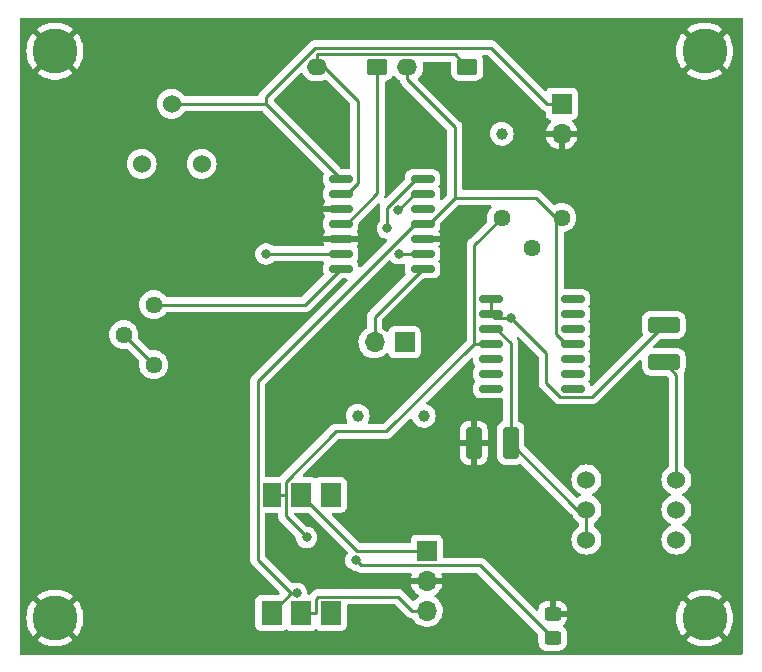
<source format=gbr>
%TF.GenerationSoftware,KiCad,Pcbnew,(6.0.11)*%
%TF.CreationDate,2023-04-19T21:38:18+02:00*%
%TF.ProjectId,FringeLocker,4672696e-6765-44c6-9f63-6b65722e6b69,0.1*%
%TF.SameCoordinates,Original*%
%TF.FileFunction,Copper,L1,Top*%
%TF.FilePolarity,Positive*%
%FSLAX46Y46*%
G04 Gerber Fmt 4.6, Leading zero omitted, Abs format (unit mm)*
G04 Created by KiCad (PCBNEW (6.0.11)) date 2023-04-19 21:38:18*
%MOMM*%
%LPD*%
G01*
G04 APERTURE LIST*
G04 Aperture macros list*
%AMRoundRect*
0 Rectangle with rounded corners*
0 $1 Rounding radius*
0 $2 $3 $4 $5 $6 $7 $8 $9 X,Y pos of 4 corners*
0 Add a 4 corners polygon primitive as box body*
4,1,4,$2,$3,$4,$5,$6,$7,$8,$9,$2,$3,0*
0 Add four circle primitives for the rounded corners*
1,1,$1+$1,$2,$3*
1,1,$1+$1,$4,$5*
1,1,$1+$1,$6,$7*
1,1,$1+$1,$8,$9*
0 Add four rect primitives between the rounded corners*
20,1,$1+$1,$2,$3,$4,$5,0*
20,1,$1+$1,$4,$5,$6,$7,0*
20,1,$1+$1,$6,$7,$8,$9,0*
20,1,$1+$1,$8,$9,$2,$3,0*%
G04 Aperture macros list end*
%TA.AperFunction,SMDPad,CuDef*%
%ADD10RoundRect,0.250000X1.100000X-0.412500X1.100000X0.412500X-1.100000X0.412500X-1.100000X-0.412500X0*%
%TD*%
%TA.AperFunction,SMDPad,CuDef*%
%ADD11RoundRect,0.250000X0.412500X1.100000X-0.412500X1.100000X-0.412500X-1.100000X0.412500X-1.100000X0*%
%TD*%
%TA.AperFunction,SMDPad,CuDef*%
%ADD12RoundRect,0.250000X-0.450000X0.325000X-0.450000X-0.325000X0.450000X-0.325000X0.450000X0.325000X0*%
%TD*%
%TA.AperFunction,ComponentPad*%
%ADD13C,1.000000*%
%TD*%
%TA.AperFunction,ComponentPad*%
%ADD14C,3.800000*%
%TD*%
%TA.AperFunction,ComponentPad*%
%ADD15C,1.524000*%
%TD*%
%TA.AperFunction,ComponentPad*%
%ADD16R,1.700000X1.700000*%
%TD*%
%TA.AperFunction,ComponentPad*%
%ADD17O,1.700000X1.700000*%
%TD*%
%TA.AperFunction,ComponentPad*%
%ADD18C,1.440000*%
%TD*%
%TA.AperFunction,SMDPad,CuDef*%
%ADD19RoundRect,0.150000X-0.837500X-0.150000X0.837500X-0.150000X0.837500X0.150000X-0.837500X0.150000X0*%
%TD*%
%TA.AperFunction,SMDPad,CuDef*%
%ADD20R,1.780000X2.000000*%
%TD*%
%TA.AperFunction,SMDPad,CuDef*%
%ADD21R,1.750000X2.000000*%
%TD*%
%TA.AperFunction,SMDPad,CuDef*%
%ADD22R,1.620000X2.000000*%
%TD*%
%TA.AperFunction,SMDPad,CuDef*%
%ADD23R,1.700000X2.000000*%
%TD*%
%TA.AperFunction,ComponentPad*%
%ADD24RoundRect,0.249200X0.600800X0.450800X-0.600800X0.450800X-0.600800X-0.450800X0.600800X-0.450800X0*%
%TD*%
%TA.AperFunction,ComponentPad*%
%ADD25O,1.700000X1.400000*%
%TD*%
%TA.AperFunction,ViaPad*%
%ADD26C,0.800000*%
%TD*%
%TA.AperFunction,Conductor*%
%ADD27C,0.250000*%
%TD*%
G04 APERTURE END LIST*
D10*
%TO.P,C3,1*%
%TO.N,Net-(C3-Pad1)*%
X161036000Y-82804000D03*
%TO.P,C3,2*%
%TO.N,Net-(C3-Pad2)*%
X161036000Y-79679000D03*
%TD*%
D11*
%TO.P,C2,1*%
%TO.N,Net-(C2-Pad1)*%
X148082000Y-89662000D03*
%TO.P,C2,2*%
%TO.N,GND*%
X144957000Y-89662000D03*
%TD*%
D12*
%TO.P,D3,1,K*%
%TO.N,GND*%
X151638000Y-104131000D03*
%TO.P,D3,2,A*%
%TO.N,Net-(D3-Pad2)*%
X151638000Y-106181000D03*
%TD*%
D13*
%TO.P,TP1,1,1*%
%TO.N,Net-(J1-Pad1)*%
X140716000Y-87376000D03*
%TD*%
%TO.P,TP3,1,1*%
%TO.N,Net-(C1-Pad2)*%
X147320000Y-63500000D03*
%TD*%
D14*
%TO.P,REF3,1*%
%TO.N,GND*%
X164500000Y-104500000D03*
%TD*%
D15*
%TO.P,RV3,1,A*%
%TO.N,Net-(C2-Pad1)*%
X154495500Y-97853500D03*
%TO.P,RV3,2,B*%
X154495500Y-95313500D03*
%TO.P,RV3,3,C*%
%TO.N,Net-(R7-Pad2)*%
X154495500Y-92773500D03*
%TO.P,RV3,4,D*%
%TO.N,Net-(R8-Pad2)*%
X162115500Y-97853500D03*
%TO.P,RV3,5,E*%
X162115500Y-95313500D03*
%TO.P,RV3,6,F*%
%TO.N,Net-(C3-Pad1)*%
X162115500Y-92773500D03*
%TD*%
D16*
%TO.P,J2,1,Pin_1*%
%TO.N,Net-(C1-Pad1)*%
X152400000Y-60960000D03*
D17*
%TO.P,J2,2,Pin_2*%
%TO.N,GND*%
X152400000Y-63500000D03*
%TD*%
D18*
%TO.P,RV2,1,1*%
%TO.N,-15V*%
X152400000Y-70600000D03*
%TO.P,RV2,2,2*%
%TO.N,Net-(R5-Pad1)*%
X149860000Y-73140000D03*
%TO.P,RV2,3,3*%
%TO.N,+15V*%
X147320000Y-70600000D03*
%TD*%
D19*
%TO.P,U1,1*%
%TO.N,Net-(C1-Pad1)*%
X133697500Y-67310000D03*
%TO.P,U1,2,-*%
%TO.N,Net-(C1-Pad2)*%
X133697500Y-68580000D03*
%TO.P,U1,3,+*%
%TO.N,GND*%
X133697500Y-69850000D03*
%TO.P,U1,4,V+*%
%TO.N,+15V*%
X133697500Y-71120000D03*
%TO.P,U1,5,+*%
%TO.N,GND*%
X133697500Y-72390000D03*
%TO.P,U1,6,-*%
%TO.N,Net-(R2-Pad1)*%
X133697500Y-73660000D03*
%TO.P,U1,7*%
%TO.N,Net-(R2-Pad2)*%
X133697500Y-74930000D03*
%TO.P,U1,8*%
%TO.N,Net-(J1-Pad2)*%
X140622500Y-74930000D03*
%TO.P,U1,9,-*%
%TO.N,Net-(R3-Pad1)*%
X140622500Y-73660000D03*
%TO.P,U1,10,+*%
%TO.N,GND*%
X140622500Y-72390000D03*
%TO.P,U1,11,V-*%
%TO.N,-15V*%
X140622500Y-71120000D03*
%TO.P,U1,12,+*%
%TO.N,GND*%
X140622500Y-69850000D03*
%TO.P,U1,13,-*%
%TO.N,Net-(R11-Pad2)*%
X140622500Y-68580000D03*
%TO.P,U1,14*%
%TO.N,Net-(R8-Pad1)*%
X140622500Y-67310000D03*
%TD*%
D16*
%TO.P,J1,1,Pin_1*%
%TO.N,Net-(J1-Pad1)*%
X139095000Y-81160000D03*
D17*
%TO.P,J1,2,Pin_2*%
%TO.N,Net-(J1-Pad2)*%
X136555000Y-81160000D03*
%TD*%
D20*
%TO.P,SW1,1,A*%
%TO.N,unconnected-(SW1-Pad1)*%
X132842000Y-94060000D03*
D21*
%TO.P,SW1,2,B*%
%TO.N,Net-(J3-Pad1)*%
X130342000Y-94060000D03*
D22*
%TO.P,SW1,3,C*%
%TO.N,+15V*%
X127842000Y-94060000D03*
D23*
%TO.P,SW1,4,A*%
%TO.N,unconnected-(SW1-Pad4)*%
X132842000Y-104060000D03*
D20*
%TO.P,SW1,5,B*%
%TO.N,Net-(J3-Pad3)*%
X130342000Y-104060000D03*
%TO.P,SW1,6,C*%
%TO.N,-15V*%
X127842000Y-104060000D03*
%TD*%
D14*
%TO.P,REF2,1*%
%TO.N,GND*%
X164500000Y-56500000D03*
%TD*%
D19*
%TO.P,U2,1*%
%TO.N,Net-(C3-Pad2)*%
X146397500Y-77470000D03*
%TO.P,U2,2,-*%
X146397500Y-78740000D03*
%TO.P,U2,3,+*%
%TO.N,Net-(C2-Pad1)*%
X146397500Y-80010000D03*
%TO.P,U2,4,V+*%
%TO.N,+15V*%
X146397500Y-81280000D03*
%TO.P,U2,5,+*%
%TO.N,unconnected-(U2-Pad5)*%
X146397500Y-82550000D03*
%TO.P,U2,6,-*%
%TO.N,unconnected-(U2-Pad6)*%
X146397500Y-83820000D03*
%TO.P,U2,7*%
%TO.N,unconnected-(U2-Pad7)*%
X146397500Y-85090000D03*
%TO.P,U2,8*%
%TO.N,unconnected-(U2-Pad8)*%
X153322500Y-85090000D03*
%TO.P,U2,9,-*%
%TO.N,unconnected-(U2-Pad9)*%
X153322500Y-83820000D03*
%TO.P,U2,10,+*%
%TO.N,unconnected-(U2-Pad10)*%
X153322500Y-82550000D03*
%TO.P,U2,11,V-*%
%TO.N,-15V*%
X153322500Y-81280000D03*
%TO.P,U2,12,+*%
%TO.N,unconnected-(U2-Pad12)*%
X153322500Y-80010000D03*
%TO.P,U2,13,-*%
%TO.N,unconnected-(U2-Pad13)*%
X153322500Y-78740000D03*
%TO.P,U2,14*%
%TO.N,unconnected-(U2-Pad14)*%
X153322500Y-77470000D03*
%TD*%
D14*
%TO.P,REF1,1*%
%TO.N,GND*%
X109500000Y-56500000D03*
%TD*%
D18*
%TO.P,RV4,1,1*%
%TO.N,Net-(R11-Pad1)*%
X117856000Y-83058000D03*
%TO.P,RV4,2,2*%
X115316000Y-80518000D03*
%TO.P,RV4,3,3*%
%TO.N,Net-(R2-Pad2)*%
X117856000Y-77978000D03*
%TD*%
D14*
%TO.P,REF4,1*%
%TO.N,GND*%
X109500000Y-104500000D03*
%TD*%
D15*
%TO.P,RV1,1,1*%
%TO.N,Net-(C1-Pad1)*%
X116840000Y-66040000D03*
%TO.P,RV1,2,2*%
X119380000Y-60960000D03*
%TO.P,RV1,3,3*%
%TO.N,Net-(R4-Pad1)*%
X121920000Y-66040000D03*
%TD*%
D13*
%TO.P,TP2,1,1*%
%TO.N,Net-(J1-Pad2)*%
X135128000Y-87376000D03*
%TD*%
D16*
%TO.P,J3,1,Pin_1*%
%TO.N,Net-(J3-Pad1)*%
X140970000Y-98806000D03*
D17*
%TO.P,J3,2,Pin_2*%
%TO.N,GND*%
X140970000Y-101346000D03*
%TO.P,J3,3,Pin_3*%
%TO.N,Net-(J3-Pad3)*%
X140970000Y-103886000D03*
%TD*%
D24*
%TO.P,D1,1,K*%
%TO.N,+15V*%
X136790000Y-57830000D03*
D25*
%TO.P,D1,2,A*%
%TO.N,Net-(C1-Pad2)*%
X131710000Y-57830000D03*
%TD*%
D24*
%TO.P,D2,1,K*%
%TO.N,Net-(C1-Pad2)*%
X144410000Y-57830000D03*
D25*
%TO.P,D2,2,A*%
%TO.N,-15V*%
X139330000Y-57830000D03*
%TD*%
D26*
%TO.N,Net-(D3-Pad2)*%
X134990000Y-99598700D03*
%TO.N,Net-(R11-Pad2)*%
X138577000Y-69992300D03*
%TO.N,Net-(R8-Pad1)*%
X137644000Y-71496800D03*
%TO.N,-15V*%
X129961000Y-102408000D03*
%TO.N,+15V*%
X130800000Y-97677400D03*
%TO.N,Net-(C3-Pad2)*%
X148110000Y-79118500D03*
%TO.N,Net-(R3-Pad1)*%
X138597000Y-73660000D03*
%TO.N,Net-(R2-Pad1)*%
X127368000Y-73672600D03*
%TO.N,GND*%
X156210000Y-95504000D03*
X139192000Y-64008000D03*
X133858000Y-63500000D03*
X131826000Y-84328000D03*
%TD*%
D27*
%TO.N,Net-(J3-Pad3)*%
X131607300Y-102873800D02*
X131607300Y-104060000D01*
X131796500Y-102684600D02*
X131607300Y-102873800D01*
X138543300Y-102684600D02*
X131796500Y-102684600D01*
X139744700Y-103886000D02*
X138543300Y-102684600D01*
X140970000Y-103886000D02*
X139744700Y-103886000D01*
X130342000Y-104060000D02*
X131607300Y-104060000D01*
%TO.N,Net-(J3-Pad1)*%
X135088000Y-98806000D02*
X130342000Y-94060000D01*
X140970000Y-98806000D02*
X135088000Y-98806000D01*
%TO.N,Net-(D3-Pad2)*%
X145488400Y-100031400D02*
X151638000Y-106181000D01*
X135422700Y-100031400D02*
X145488400Y-100031400D01*
X134990000Y-99598700D02*
X135422700Y-100031400D01*
%TO.N,Net-(C2-Pad1)*%
X148082000Y-81214200D02*
X148082000Y-89662000D01*
X146877800Y-80010000D02*
X148082000Y-81214200D01*
X146397500Y-80010000D02*
X146877800Y-80010000D01*
X154495500Y-95313500D02*
X154495500Y-97853500D01*
X153733500Y-95313500D02*
X148082000Y-89662000D01*
X154495500Y-95313500D02*
X153733500Y-95313500D01*
%TO.N,Net-(R11-Pad1)*%
X115316000Y-80518000D02*
X117856000Y-83058000D01*
%TO.N,Net-(R11-Pad2)*%
X139989300Y-68580000D02*
X140622500Y-68580000D01*
X138577000Y-69992300D02*
X139989300Y-68580000D01*
%TO.N,Net-(R8-Pad1)*%
X140099700Y-67310000D02*
X140622500Y-67310000D01*
X137644000Y-69765700D02*
X140099700Y-67310000D01*
X137644000Y-71496800D02*
X137644000Y-69765700D01*
%TO.N,Net-(C3-Pad1)*%
X162115500Y-83883500D02*
X161036000Y-82804000D01*
X162115500Y-92773500D02*
X162115500Y-83883500D01*
%TO.N,Net-(C1-Pad1)*%
X152400000Y-60960000D02*
X151174700Y-60960000D01*
X146422000Y-56207300D02*
X151174700Y-60960000D01*
X131524700Y-56207300D02*
X146422000Y-56207300D01*
X127347500Y-60384500D02*
X131524700Y-56207300D01*
X127347500Y-60960000D02*
X127347500Y-60384500D01*
X119380000Y-60960000D02*
X127347500Y-60960000D01*
X127347500Y-60960000D02*
X133697500Y-67310000D01*
%TO.N,-15V*%
X139330000Y-57830000D02*
X139330000Y-58905300D01*
X143360700Y-62936000D02*
X139330000Y-58905300D01*
X143360700Y-68908300D02*
X143360700Y-62936000D01*
X141149000Y-71120000D02*
X140622500Y-71120000D01*
X143360700Y-68908300D02*
X141149000Y-71120000D01*
X126656600Y-99570600D02*
X129494000Y-102408000D01*
X126656600Y-84434600D02*
X126656600Y-99570600D01*
X139971200Y-71120000D02*
X126656600Y-84434600D01*
X140622500Y-71120000D02*
X139971200Y-71120000D01*
X129961000Y-102408000D02*
X129494000Y-102408000D01*
X129494000Y-102408000D02*
X127842000Y-104060000D01*
X152774800Y-81280000D02*
X153322500Y-81280000D01*
X151924200Y-80429400D02*
X152774800Y-81280000D01*
X151924200Y-70600000D02*
X151924200Y-80429400D01*
X152400000Y-70600000D02*
X151924200Y-70600000D01*
X150232500Y-68908300D02*
X143360700Y-68908300D01*
X151924200Y-70600000D02*
X150232500Y-68908300D01*
%TO.N,+15V*%
X144989200Y-72930800D02*
X147320000Y-70600000D01*
X144989200Y-81280000D02*
X144989200Y-72930800D01*
X137566000Y-88703200D02*
X144989200Y-81280000D01*
X133272900Y-88703200D02*
X137566000Y-88703200D01*
X129027300Y-92948800D02*
X133272900Y-88703200D01*
X129027300Y-94060000D02*
X129027300Y-92948800D01*
X144989200Y-81280000D02*
X146397500Y-81280000D01*
X127842000Y-94060000D02*
X129027300Y-94060000D01*
X129027300Y-95904700D02*
X129027300Y-94060000D01*
X130800000Y-97677400D02*
X129027300Y-95904700D01*
X134226900Y-71120000D02*
X133697500Y-71120000D01*
X136790000Y-68556900D02*
X134226900Y-71120000D01*
X136790000Y-57830000D02*
X136790000Y-68556900D01*
%TO.N,Net-(C1-Pad2)*%
X143331400Y-56751400D02*
X144410000Y-57830000D01*
X131713300Y-56751400D02*
X143331400Y-56751400D01*
X131710000Y-56754700D02*
X131713300Y-56751400D01*
X131710000Y-57830000D02*
X131710000Y-57292300D01*
X131710000Y-57292300D02*
X131710000Y-56754700D01*
X134185300Y-68580000D02*
X133697500Y-68580000D01*
X135114600Y-67650700D02*
X134185300Y-68580000D01*
X135114600Y-60696900D02*
X135114600Y-67650700D01*
X131710000Y-57292300D02*
X135114600Y-60696900D01*
%TO.N,Net-(J1-Pad2)*%
X136555000Y-78997500D02*
X136555000Y-81160000D01*
X140622500Y-74930000D02*
X136555000Y-78997500D01*
%TO.N,Net-(C3-Pad2)*%
X146397500Y-77470000D02*
X146397500Y-78740000D01*
X146776000Y-79118500D02*
X148110000Y-79118500D01*
X146397500Y-78740000D02*
X146776000Y-79118500D01*
X154942800Y-85772200D02*
X161036000Y-79679000D01*
X152258500Y-85772200D02*
X154942800Y-85772200D01*
X151078300Y-84592000D02*
X152258500Y-85772200D01*
X151078300Y-82086800D02*
X151078300Y-84592000D01*
X148110000Y-79118500D02*
X151078300Y-82086800D01*
%TO.N,Net-(R3-Pad1)*%
X138597000Y-73660000D02*
X140622500Y-73660000D01*
%TO.N,Net-(R2-Pad1)*%
X127380600Y-73660000D02*
X127368000Y-73672600D01*
X133697500Y-73660000D02*
X127380600Y-73660000D01*
%TO.N,Net-(R2-Pad2)*%
X130649500Y-77978000D02*
X133697500Y-74930000D01*
X117856000Y-77978000D02*
X130649500Y-77978000D01*
%TD*%
%TA.AperFunction,Conductor*%
%TO.N,GND*%
G36*
X167683621Y-53678502D02*
G01*
X167730114Y-53732158D01*
X167741500Y-53784500D01*
X167741500Y-107465500D01*
X167721498Y-107533621D01*
X167667842Y-107580114D01*
X167615500Y-107591500D01*
X106634500Y-107591500D01*
X106566379Y-107571498D01*
X106519886Y-107517842D01*
X106508500Y-107465500D01*
X106508500Y-106374394D01*
X107990314Y-106374394D01*
X107999143Y-106386014D01*
X108203970Y-106534830D01*
X108210650Y-106539070D01*
X108469234Y-106681228D01*
X108476369Y-106684585D01*
X108750746Y-106793219D01*
X108758237Y-106795653D01*
X109044059Y-106869039D01*
X109051830Y-106870521D01*
X109344570Y-106907503D01*
X109352460Y-106908000D01*
X109647540Y-106908000D01*
X109655430Y-106907503D01*
X109948170Y-106870521D01*
X109955941Y-106869039D01*
X110241763Y-106795653D01*
X110249254Y-106793219D01*
X110523631Y-106684585D01*
X110530766Y-106681228D01*
X110789350Y-106539070D01*
X110796030Y-106534830D01*
X111001230Y-106385744D01*
X111009653Y-106374821D01*
X111002749Y-106361960D01*
X109512810Y-104872020D01*
X109498869Y-104864408D01*
X109497034Y-104864539D01*
X109490420Y-104868790D01*
X107996927Y-106362284D01*
X107990314Y-106374394D01*
X106508500Y-106374394D01*
X106508500Y-104503958D01*
X107087488Y-104503958D01*
X107106015Y-104798436D01*
X107107008Y-104806297D01*
X107162296Y-105096128D01*
X107164267Y-105103805D01*
X107255446Y-105384424D01*
X107258361Y-105391787D01*
X107383993Y-105658770D01*
X107387805Y-105665703D01*
X107545909Y-105914835D01*
X107550563Y-105921241D01*
X107615521Y-105999761D01*
X107628040Y-106008217D01*
X107638778Y-106002011D01*
X109127980Y-104512810D01*
X109134357Y-104501131D01*
X109864408Y-104501131D01*
X109864539Y-104502966D01*
X109868790Y-104509580D01*
X111360119Y-106000908D01*
X111373381Y-106008150D01*
X111383485Y-106000962D01*
X111449437Y-105921241D01*
X111454091Y-105914835D01*
X111612195Y-105665703D01*
X111616007Y-105658770D01*
X111741639Y-105391787D01*
X111744554Y-105384424D01*
X111835733Y-105103805D01*
X111837704Y-105096128D01*
X111892992Y-104806297D01*
X111893985Y-104798436D01*
X111912512Y-104503958D01*
X111912512Y-104496042D01*
X111893985Y-104201564D01*
X111892992Y-104193703D01*
X111837704Y-103903872D01*
X111835733Y-103896195D01*
X111744554Y-103615576D01*
X111741639Y-103608213D01*
X111616007Y-103341230D01*
X111612195Y-103334297D01*
X111454091Y-103085165D01*
X111449437Y-103078759D01*
X111384479Y-103000239D01*
X111371960Y-102991783D01*
X111361222Y-102997989D01*
X109872020Y-104487190D01*
X109864408Y-104501131D01*
X109134357Y-104501131D01*
X109135592Y-104498869D01*
X109135461Y-104497034D01*
X109131210Y-104490420D01*
X107639881Y-102999092D01*
X107626619Y-102991850D01*
X107616515Y-102999038D01*
X107550563Y-103078759D01*
X107545909Y-103085165D01*
X107387805Y-103334297D01*
X107383993Y-103341230D01*
X107258361Y-103608213D01*
X107255446Y-103615576D01*
X107164267Y-103896195D01*
X107162296Y-103903872D01*
X107107008Y-104193703D01*
X107106015Y-104201564D01*
X107087488Y-104496042D01*
X107087488Y-104503958D01*
X106508500Y-104503958D01*
X106508500Y-102625179D01*
X107990347Y-102625179D01*
X107997251Y-102638040D01*
X109487190Y-104127980D01*
X109501131Y-104135592D01*
X109502966Y-104135461D01*
X109509580Y-104131210D01*
X111003073Y-102637716D01*
X111009686Y-102625606D01*
X111000857Y-102613986D01*
X110796030Y-102465170D01*
X110789350Y-102460930D01*
X110530766Y-102318772D01*
X110523631Y-102315415D01*
X110249254Y-102206781D01*
X110241763Y-102204347D01*
X109955941Y-102130961D01*
X109948170Y-102129479D01*
X109655430Y-102092497D01*
X109647540Y-102092000D01*
X109352460Y-102092000D01*
X109344570Y-102092497D01*
X109051830Y-102129479D01*
X109044059Y-102130961D01*
X108758237Y-102204347D01*
X108750746Y-102206781D01*
X108476369Y-102315415D01*
X108469234Y-102318772D01*
X108210650Y-102460930D01*
X108203970Y-102465170D01*
X107998770Y-102614256D01*
X107990347Y-102625179D01*
X106508500Y-102625179D01*
X106508500Y-80518000D01*
X114082807Y-80518000D01*
X114101542Y-80732142D01*
X114102966Y-80737455D01*
X114102966Y-80737457D01*
X114148284Y-80906583D01*
X114157178Y-80939777D01*
X114159500Y-80944757D01*
X114159501Y-80944759D01*
X114244340Y-81126695D01*
X114248024Y-81134596D01*
X114371319Y-81310681D01*
X114523319Y-81462681D01*
X114699403Y-81585976D01*
X114704381Y-81588297D01*
X114704384Y-81588299D01*
X114849797Y-81656106D01*
X114894223Y-81676822D01*
X114899531Y-81678244D01*
X114899533Y-81678245D01*
X115096543Y-81731034D01*
X115096545Y-81731034D01*
X115101858Y-81732458D01*
X115316000Y-81751193D01*
X115530142Y-81732458D01*
X115536004Y-81730887D01*
X115542224Y-81729221D01*
X115613200Y-81730911D01*
X115663929Y-81761833D01*
X116612167Y-82710071D01*
X116646193Y-82772383D01*
X116644779Y-82831776D01*
X116641542Y-82843858D01*
X116622807Y-83058000D01*
X116641542Y-83272142D01*
X116642966Y-83277455D01*
X116642966Y-83277457D01*
X116668478Y-83372666D01*
X116697178Y-83479777D01*
X116699500Y-83484757D01*
X116699501Y-83484759D01*
X116728374Y-83546676D01*
X116788024Y-83674596D01*
X116911319Y-83850681D01*
X117063319Y-84002681D01*
X117239403Y-84125976D01*
X117244381Y-84128297D01*
X117244384Y-84128299D01*
X117413623Y-84207216D01*
X117434223Y-84216822D01*
X117439531Y-84218244D01*
X117439533Y-84218245D01*
X117636543Y-84271034D01*
X117636545Y-84271034D01*
X117641858Y-84272458D01*
X117856000Y-84291193D01*
X118070142Y-84272458D01*
X118075455Y-84271034D01*
X118075457Y-84271034D01*
X118272467Y-84218245D01*
X118272469Y-84218244D01*
X118277777Y-84216822D01*
X118298377Y-84207216D01*
X118467616Y-84128299D01*
X118467619Y-84128297D01*
X118472597Y-84125976D01*
X118648681Y-84002681D01*
X118800681Y-83850681D01*
X118923976Y-83674596D01*
X118983627Y-83546676D01*
X119012499Y-83484759D01*
X119012500Y-83484757D01*
X119014822Y-83479777D01*
X119043523Y-83372666D01*
X119069034Y-83277457D01*
X119069034Y-83277455D01*
X119070458Y-83272142D01*
X119089193Y-83058000D01*
X119070458Y-82843858D01*
X119051306Y-82772383D01*
X119016245Y-82641533D01*
X119016244Y-82641531D01*
X119014822Y-82636223D01*
X119004680Y-82614474D01*
X118926299Y-82446385D01*
X118926297Y-82446382D01*
X118923976Y-82441404D01*
X118800681Y-82265319D01*
X118648681Y-82113319D01*
X118472597Y-81990024D01*
X118467619Y-81987703D01*
X118467616Y-81987701D01*
X118282759Y-81901501D01*
X118282758Y-81901500D01*
X118277777Y-81899178D01*
X118272469Y-81897756D01*
X118272467Y-81897755D01*
X118075457Y-81844966D01*
X118075455Y-81844966D01*
X118070142Y-81843542D01*
X117856000Y-81824807D01*
X117641858Y-81843542D01*
X117632818Y-81845964D01*
X117629773Y-81846780D01*
X117558797Y-81845087D01*
X117508072Y-81814167D01*
X116559833Y-80865928D01*
X116525807Y-80803616D01*
X116527220Y-80744227D01*
X116529033Y-80737459D01*
X116530458Y-80732142D01*
X116549193Y-80518000D01*
X116530458Y-80303858D01*
X116519733Y-80263831D01*
X116476245Y-80101533D01*
X116476244Y-80101531D01*
X116474822Y-80096223D01*
X116463388Y-80071703D01*
X116386299Y-79906385D01*
X116386297Y-79906382D01*
X116383976Y-79901404D01*
X116260681Y-79725319D01*
X116108681Y-79573319D01*
X115932597Y-79450024D01*
X115927619Y-79447703D01*
X115927616Y-79447701D01*
X115742759Y-79361501D01*
X115742758Y-79361500D01*
X115737777Y-79359178D01*
X115732469Y-79357756D01*
X115732467Y-79357755D01*
X115535457Y-79304966D01*
X115535455Y-79304966D01*
X115530142Y-79303542D01*
X115316000Y-79284807D01*
X115101858Y-79303542D01*
X115096545Y-79304966D01*
X115096543Y-79304966D01*
X114899533Y-79357755D01*
X114899531Y-79357756D01*
X114894223Y-79359178D01*
X114889243Y-79361500D01*
X114889241Y-79361501D01*
X114704385Y-79447701D01*
X114704382Y-79447703D01*
X114699404Y-79450024D01*
X114523319Y-79573319D01*
X114371319Y-79725319D01*
X114248024Y-79901404D01*
X114245703Y-79906382D01*
X114245701Y-79906385D01*
X114168612Y-80071703D01*
X114157178Y-80096223D01*
X114155756Y-80101531D01*
X114155755Y-80101533D01*
X114112267Y-80263831D01*
X114101542Y-80303858D01*
X114082807Y-80518000D01*
X106508500Y-80518000D01*
X106508500Y-77978000D01*
X116622807Y-77978000D01*
X116641542Y-78192142D01*
X116642966Y-78197455D01*
X116642966Y-78197457D01*
X116678820Y-78331263D01*
X116697178Y-78399777D01*
X116699500Y-78404757D01*
X116699501Y-78404759D01*
X116784610Y-78587274D01*
X116788024Y-78594596D01*
X116911319Y-78770681D01*
X117063319Y-78922681D01*
X117239403Y-79045976D01*
X117244381Y-79048297D01*
X117244384Y-79048299D01*
X117429241Y-79134499D01*
X117434223Y-79136822D01*
X117439531Y-79138244D01*
X117439533Y-79138245D01*
X117636543Y-79191034D01*
X117636545Y-79191034D01*
X117641858Y-79192458D01*
X117856000Y-79211193D01*
X118070142Y-79192458D01*
X118075455Y-79191034D01*
X118075457Y-79191034D01*
X118272467Y-79138245D01*
X118272469Y-79138244D01*
X118277777Y-79136822D01*
X118282759Y-79134499D01*
X118467616Y-79048299D01*
X118467619Y-79048297D01*
X118472597Y-79045976D01*
X118648681Y-78922681D01*
X118800681Y-78770681D01*
X118874518Y-78665230D01*
X118929975Y-78620901D01*
X118977731Y-78611500D01*
X130570733Y-78611500D01*
X130581916Y-78612027D01*
X130589409Y-78613702D01*
X130597335Y-78613453D01*
X130597336Y-78613453D01*
X130657486Y-78611562D01*
X130661445Y-78611500D01*
X130689356Y-78611500D01*
X130693291Y-78611003D01*
X130693356Y-78610995D01*
X130705193Y-78610062D01*
X130737451Y-78609048D01*
X130741470Y-78608922D01*
X130749389Y-78608673D01*
X130768843Y-78603021D01*
X130788200Y-78599013D01*
X130800430Y-78597468D01*
X130800431Y-78597468D01*
X130808297Y-78596474D01*
X130815668Y-78593555D01*
X130815670Y-78593555D01*
X130849412Y-78580196D01*
X130860642Y-78576351D01*
X130895483Y-78566229D01*
X130895484Y-78566229D01*
X130903093Y-78564018D01*
X130909912Y-78559985D01*
X130909917Y-78559983D01*
X130920528Y-78553707D01*
X130938276Y-78545012D01*
X130957117Y-78537552D01*
X130979842Y-78521042D01*
X130992887Y-78511564D01*
X131002807Y-78505048D01*
X131034035Y-78486580D01*
X131034038Y-78486578D01*
X131040862Y-78482542D01*
X131055183Y-78468221D01*
X131070217Y-78455380D01*
X131080194Y-78448131D01*
X131086607Y-78443472D01*
X131114798Y-78409395D01*
X131122788Y-78400616D01*
X133748000Y-75775405D01*
X133810312Y-75741379D01*
X133837095Y-75738500D01*
X134152606Y-75738500D01*
X134220727Y-75758502D01*
X134267220Y-75812158D01*
X134277324Y-75882432D01*
X134247830Y-75947012D01*
X134241701Y-75953595D01*
X130251905Y-79943390D01*
X126264347Y-83930948D01*
X126256061Y-83938488D01*
X126249582Y-83942600D01*
X126244157Y-83948377D01*
X126202957Y-83992251D01*
X126200202Y-83995093D01*
X126180465Y-84014830D01*
X126177985Y-84018027D01*
X126170282Y-84027047D01*
X126140014Y-84059279D01*
X126136195Y-84066225D01*
X126136193Y-84066228D01*
X126130252Y-84077034D01*
X126119401Y-84093553D01*
X126106986Y-84109559D01*
X126103841Y-84116828D01*
X126103838Y-84116832D01*
X126089426Y-84150137D01*
X126084209Y-84160787D01*
X126062905Y-84199540D01*
X126060934Y-84207215D01*
X126060934Y-84207216D01*
X126057867Y-84219162D01*
X126051463Y-84237866D01*
X126043419Y-84256455D01*
X126042180Y-84264278D01*
X126042177Y-84264288D01*
X126036501Y-84300124D01*
X126034095Y-84311744D01*
X126023100Y-84354570D01*
X126023100Y-84374824D01*
X126021549Y-84394534D01*
X126018380Y-84414543D01*
X126019126Y-84422435D01*
X126022541Y-84458561D01*
X126023100Y-84470419D01*
X126023100Y-99491833D01*
X126022573Y-99503016D01*
X126020898Y-99510509D01*
X126021147Y-99518435D01*
X126021147Y-99518436D01*
X126023038Y-99578586D01*
X126023100Y-99582545D01*
X126023100Y-99610456D01*
X126023597Y-99614390D01*
X126023597Y-99614391D01*
X126023605Y-99614456D01*
X126024538Y-99626293D01*
X126025927Y-99670489D01*
X126031578Y-99689939D01*
X126035587Y-99709300D01*
X126038126Y-99729397D01*
X126041045Y-99736768D01*
X126041045Y-99736770D01*
X126054404Y-99770512D01*
X126058249Y-99781742D01*
X126068371Y-99816583D01*
X126070582Y-99824193D01*
X126074615Y-99831012D01*
X126074617Y-99831017D01*
X126080893Y-99841628D01*
X126089588Y-99859376D01*
X126097048Y-99878217D01*
X126101710Y-99884633D01*
X126101710Y-99884634D01*
X126123036Y-99913987D01*
X126129552Y-99923907D01*
X126152058Y-99961962D01*
X126166379Y-99976283D01*
X126179219Y-99991316D01*
X126191128Y-100007707D01*
X126197234Y-100012758D01*
X126225205Y-100035898D01*
X126233984Y-100043888D01*
X128509001Y-102318905D01*
X128543027Y-102381217D01*
X128537962Y-102452032D01*
X128509001Y-102497095D01*
X128491501Y-102514595D01*
X128429189Y-102548621D01*
X128402406Y-102551500D01*
X126903866Y-102551500D01*
X126841684Y-102558255D01*
X126705295Y-102609385D01*
X126588739Y-102696739D01*
X126501385Y-102813295D01*
X126450255Y-102949684D01*
X126443500Y-103011866D01*
X126443500Y-105108134D01*
X126450255Y-105170316D01*
X126501385Y-105306705D01*
X126588739Y-105423261D01*
X126705295Y-105510615D01*
X126841684Y-105561745D01*
X126903866Y-105568500D01*
X128780134Y-105568500D01*
X128842316Y-105561745D01*
X128978705Y-105510615D01*
X129016435Y-105482338D01*
X129082942Y-105457490D01*
X129152324Y-105472543D01*
X129167565Y-105482338D01*
X129205295Y-105510615D01*
X129341684Y-105561745D01*
X129403866Y-105568500D01*
X131280134Y-105568500D01*
X131342316Y-105561745D01*
X131478705Y-105510615D01*
X131529505Y-105472543D01*
X131536435Y-105467349D01*
X131602942Y-105442501D01*
X131672324Y-105457554D01*
X131687565Y-105467349D01*
X131694496Y-105472543D01*
X131745295Y-105510615D01*
X131881684Y-105561745D01*
X131943866Y-105568500D01*
X133740134Y-105568500D01*
X133802316Y-105561745D01*
X133938705Y-105510615D01*
X134055261Y-105423261D01*
X134142615Y-105306705D01*
X134193745Y-105170316D01*
X134200500Y-105108134D01*
X134200500Y-103444100D01*
X134220502Y-103375979D01*
X134274158Y-103329486D01*
X134326500Y-103318100D01*
X138228706Y-103318100D01*
X138296827Y-103338102D01*
X138317801Y-103355005D01*
X139241043Y-104278247D01*
X139248587Y-104286537D01*
X139252700Y-104293018D01*
X139258477Y-104298443D01*
X139302367Y-104339658D01*
X139305209Y-104342413D01*
X139324930Y-104362134D01*
X139328125Y-104364612D01*
X139337147Y-104372318D01*
X139369379Y-104402586D01*
X139376328Y-104406406D01*
X139387132Y-104412346D01*
X139403656Y-104423199D01*
X139419659Y-104435613D01*
X139460243Y-104453176D01*
X139470873Y-104458383D01*
X139509640Y-104479695D01*
X139517317Y-104481666D01*
X139517322Y-104481668D01*
X139529258Y-104484732D01*
X139547966Y-104491137D01*
X139566555Y-104499181D01*
X139574383Y-104500421D01*
X139574390Y-104500423D01*
X139610224Y-104506099D01*
X139621844Y-104508505D01*
X139656989Y-104517528D01*
X139664670Y-104519500D01*
X139684924Y-104519500D01*
X139704634Y-104521051D01*
X139714989Y-104522691D01*
X139779142Y-104553103D01*
X139802712Y-104581305D01*
X139869987Y-104691088D01*
X140016250Y-104859938D01*
X140188126Y-105002632D01*
X140381000Y-105115338D01*
X140589692Y-105195030D01*
X140594760Y-105196061D01*
X140594763Y-105196062D01*
X140702017Y-105217883D01*
X140808597Y-105239567D01*
X140813772Y-105239757D01*
X140813774Y-105239757D01*
X141026673Y-105247564D01*
X141026677Y-105247564D01*
X141031837Y-105247753D01*
X141036957Y-105247097D01*
X141036959Y-105247097D01*
X141248288Y-105220025D01*
X141248289Y-105220025D01*
X141253416Y-105219368D01*
X141258366Y-105217883D01*
X141462429Y-105156661D01*
X141462434Y-105156659D01*
X141467384Y-105155174D01*
X141667994Y-105056896D01*
X141849860Y-104927173D01*
X141854289Y-104922760D01*
X141979048Y-104798436D01*
X142008096Y-104769489D01*
X142138453Y-104588077D01*
X142173321Y-104517528D01*
X142235136Y-104392453D01*
X142235137Y-104392451D01*
X142237430Y-104387811D01*
X142302370Y-104174069D01*
X142331529Y-103952590D01*
X142331611Y-103949240D01*
X142333074Y-103889365D01*
X142333074Y-103889361D01*
X142333156Y-103886000D01*
X142314852Y-103663361D01*
X142260431Y-103446702D01*
X142171354Y-103241840D01*
X142082287Y-103104163D01*
X142052822Y-103058617D01*
X142052820Y-103058614D01*
X142050014Y-103054277D01*
X141899670Y-102889051D01*
X141895619Y-102885852D01*
X141895615Y-102885848D01*
X141728414Y-102753800D01*
X141728410Y-102753798D01*
X141724359Y-102750598D01*
X141682569Y-102727529D01*
X141632598Y-102677097D01*
X141617826Y-102607654D01*
X141642942Y-102541248D01*
X141670294Y-102514641D01*
X141845328Y-102389792D01*
X141853200Y-102383139D01*
X142004052Y-102232812D01*
X142010730Y-102224965D01*
X142135003Y-102052020D01*
X142140313Y-102043183D01*
X142234670Y-101852267D01*
X142238469Y-101842672D01*
X142300377Y-101638910D01*
X142302555Y-101628837D01*
X142303986Y-101617962D01*
X142301775Y-101603778D01*
X142288617Y-101600000D01*
X139653225Y-101600000D01*
X139639694Y-101603973D01*
X139638257Y-101613966D01*
X139668565Y-101748446D01*
X139671645Y-101758275D01*
X139751770Y-101955603D01*
X139756413Y-101964794D01*
X139867694Y-102146388D01*
X139873777Y-102154699D01*
X140013213Y-102315667D01*
X140020580Y-102322883D01*
X140184434Y-102458916D01*
X140192881Y-102464831D01*
X140261969Y-102505203D01*
X140310693Y-102556842D01*
X140323764Y-102626625D01*
X140297033Y-102692396D01*
X140256584Y-102725752D01*
X140243607Y-102732507D01*
X140239474Y-102735610D01*
X140239471Y-102735612D01*
X140069100Y-102863530D01*
X140064965Y-102866635D01*
X139985602Y-102949684D01*
X139937186Y-103000348D01*
X139875662Y-103035778D01*
X139804749Y-103032321D01*
X139756997Y-103002392D01*
X139046952Y-102292347D01*
X139039412Y-102284061D01*
X139035300Y-102277582D01*
X138985648Y-102230956D01*
X138982807Y-102228202D01*
X138963070Y-102208465D01*
X138959873Y-102205985D01*
X138950851Y-102198280D01*
X138937416Y-102185664D01*
X138918621Y-102168014D01*
X138911675Y-102164195D01*
X138911672Y-102164193D01*
X138900866Y-102158252D01*
X138884347Y-102147401D01*
X138883041Y-102146388D01*
X138868341Y-102134986D01*
X138861072Y-102131841D01*
X138861068Y-102131838D01*
X138827763Y-102117426D01*
X138817113Y-102112209D01*
X138778360Y-102090905D01*
X138758737Y-102085867D01*
X138740034Y-102079463D01*
X138728720Y-102074567D01*
X138728719Y-102074567D01*
X138721445Y-102071419D01*
X138713622Y-102070180D01*
X138713612Y-102070177D01*
X138677776Y-102064501D01*
X138666156Y-102062095D01*
X138631011Y-102053072D01*
X138631010Y-102053072D01*
X138623330Y-102051100D01*
X138603076Y-102051100D01*
X138583365Y-102049549D01*
X138571186Y-102047620D01*
X138563357Y-102046380D01*
X138534086Y-102049147D01*
X138519339Y-102050541D01*
X138507481Y-102051100D01*
X131875267Y-102051100D01*
X131864084Y-102050573D01*
X131856591Y-102048898D01*
X131848665Y-102049147D01*
X131848664Y-102049147D01*
X131788514Y-102051038D01*
X131784555Y-102051100D01*
X131756644Y-102051100D01*
X131752710Y-102051597D01*
X131752709Y-102051597D01*
X131752644Y-102051605D01*
X131740807Y-102052538D01*
X131708990Y-102053538D01*
X131704529Y-102053678D01*
X131696610Y-102053927D01*
X131678954Y-102059056D01*
X131677158Y-102059578D01*
X131657806Y-102063586D01*
X131650735Y-102064480D01*
X131637703Y-102066126D01*
X131630334Y-102069043D01*
X131630332Y-102069044D01*
X131596597Y-102082400D01*
X131585369Y-102086245D01*
X131542907Y-102098582D01*
X131536085Y-102102616D01*
X131536079Y-102102619D01*
X131525468Y-102108894D01*
X131507718Y-102117590D01*
X131496256Y-102122128D01*
X131496251Y-102122131D01*
X131488883Y-102125048D01*
X131471470Y-102137699D01*
X131453125Y-102151027D01*
X131443207Y-102157543D01*
X131431963Y-102164193D01*
X131405137Y-102180058D01*
X131390813Y-102194382D01*
X131375781Y-102207221D01*
X131359393Y-102219128D01*
X131348073Y-102232812D01*
X131331212Y-102253193D01*
X131323222Y-102261973D01*
X131215047Y-102370148D01*
X131206761Y-102377688D01*
X131200282Y-102381800D01*
X131194857Y-102387577D01*
X131153657Y-102431451D01*
X131150902Y-102434293D01*
X131131165Y-102454030D01*
X131128685Y-102457227D01*
X131120980Y-102466249D01*
X131091664Y-102497467D01*
X131030451Y-102533433D01*
X130959511Y-102530594D01*
X130901367Y-102489853D01*
X130874479Y-102424145D01*
X130873930Y-102413464D01*
X130874504Y-102408000D01*
X130860797Y-102277582D01*
X130855232Y-102224635D01*
X130855232Y-102224633D01*
X130854542Y-102218072D01*
X130795527Y-102036444D01*
X130700040Y-101871056D01*
X130572253Y-101729134D01*
X130417752Y-101616882D01*
X130411724Y-101614198D01*
X130411722Y-101614197D01*
X130249319Y-101541891D01*
X130249318Y-101541891D01*
X130243288Y-101539206D01*
X130149888Y-101519353D01*
X130062944Y-101500872D01*
X130062939Y-101500872D01*
X130056487Y-101499500D01*
X129865513Y-101499500D01*
X129859061Y-101500872D01*
X129859056Y-101500872D01*
X129772112Y-101519353D01*
X129678712Y-101539206D01*
X129672685Y-101541889D01*
X129672677Y-101541892D01*
X129648771Y-101552536D01*
X129578404Y-101561970D01*
X129514107Y-101531863D01*
X129508428Y-101526524D01*
X127327005Y-99345100D01*
X127292979Y-99282788D01*
X127290100Y-99256005D01*
X127290100Y-95694500D01*
X127310102Y-95626379D01*
X127363758Y-95579886D01*
X127416100Y-95568500D01*
X128267800Y-95568500D01*
X128335921Y-95588502D01*
X128382414Y-95642158D01*
X128393800Y-95694500D01*
X128393800Y-95825933D01*
X128393273Y-95837116D01*
X128391598Y-95844609D01*
X128391847Y-95852535D01*
X128391847Y-95852536D01*
X128393738Y-95912686D01*
X128393800Y-95916645D01*
X128393800Y-95944556D01*
X128394297Y-95948490D01*
X128394297Y-95948491D01*
X128394305Y-95948556D01*
X128395238Y-95960393D01*
X128396627Y-96004589D01*
X128402278Y-96024039D01*
X128406287Y-96043400D01*
X128408826Y-96063497D01*
X128411745Y-96070868D01*
X128411745Y-96070870D01*
X128425104Y-96104612D01*
X128428949Y-96115842D01*
X128435148Y-96137178D01*
X128441282Y-96158293D01*
X128445315Y-96165112D01*
X128445317Y-96165117D01*
X128451593Y-96175728D01*
X128460288Y-96193476D01*
X128467748Y-96212317D01*
X128472410Y-96218733D01*
X128472410Y-96218734D01*
X128493736Y-96248087D01*
X128500252Y-96258007D01*
X128522758Y-96296062D01*
X128537079Y-96310383D01*
X128549919Y-96325416D01*
X128561828Y-96341807D01*
X128567934Y-96346858D01*
X128595905Y-96369998D01*
X128604684Y-96377988D01*
X129852878Y-97626182D01*
X129886904Y-97688494D01*
X129889093Y-97702107D01*
X129905005Y-97853500D01*
X129906458Y-97867328D01*
X129965473Y-98048956D01*
X130060960Y-98214344D01*
X130188747Y-98356266D01*
X130343248Y-98468518D01*
X130349276Y-98471202D01*
X130349278Y-98471203D01*
X130404266Y-98495685D01*
X130517712Y-98546194D01*
X130611112Y-98566047D01*
X130698056Y-98584528D01*
X130698061Y-98584528D01*
X130704513Y-98585900D01*
X130895487Y-98585900D01*
X130901939Y-98584528D01*
X130901944Y-98584528D01*
X130988887Y-98566047D01*
X131082288Y-98546194D01*
X131195734Y-98495685D01*
X131250722Y-98471203D01*
X131250724Y-98471202D01*
X131256752Y-98468518D01*
X131411253Y-98356266D01*
X131539040Y-98214344D01*
X131634527Y-98048956D01*
X131693542Y-97867328D01*
X131694996Y-97853500D01*
X131712814Y-97683965D01*
X131713504Y-97677400D01*
X131695425Y-97505385D01*
X131694232Y-97494035D01*
X131694232Y-97494033D01*
X131693542Y-97487472D01*
X131634527Y-97305844D01*
X131539040Y-97140456D01*
X131446996Y-97038230D01*
X131415675Y-97003445D01*
X131415674Y-97003444D01*
X131411253Y-96998534D01*
X131256752Y-96886282D01*
X131250724Y-96883598D01*
X131250722Y-96883597D01*
X131088319Y-96811291D01*
X131088318Y-96811291D01*
X131082288Y-96808606D01*
X130988887Y-96788753D01*
X130901944Y-96770272D01*
X130901939Y-96770272D01*
X130895487Y-96768900D01*
X130839595Y-96768900D01*
X130771474Y-96748898D01*
X130750500Y-96731995D01*
X129802100Y-95783595D01*
X129768074Y-95721283D01*
X129773139Y-95650468D01*
X129815686Y-95593632D01*
X129882206Y-95568821D01*
X129891195Y-95568500D01*
X130902406Y-95568500D01*
X130970527Y-95588502D01*
X130991501Y-95605405D01*
X134259698Y-98873602D01*
X134293724Y-98935914D01*
X134288659Y-99006729D01*
X134264240Y-99047007D01*
X134250960Y-99061756D01*
X134155473Y-99227144D01*
X134096458Y-99408772D01*
X134095768Y-99415333D01*
X134095768Y-99415335D01*
X134086339Y-99505052D01*
X134076496Y-99598700D01*
X134077186Y-99605265D01*
X134091008Y-99736770D01*
X134096458Y-99788628D01*
X134155473Y-99970256D01*
X134158776Y-99975978D01*
X134158777Y-99975979D01*
X134173393Y-100001294D01*
X134250960Y-100135644D01*
X134378747Y-100277566D01*
X134533248Y-100389818D01*
X134539276Y-100392502D01*
X134539278Y-100392503D01*
X134701681Y-100464809D01*
X134707712Y-100467494D01*
X134801112Y-100487347D01*
X134888056Y-100505828D01*
X134888061Y-100505828D01*
X134894513Y-100507200D01*
X134954059Y-100507200D01*
X135022180Y-100527202D01*
X135040309Y-100541348D01*
X135041594Y-100542554D01*
X135041596Y-100542556D01*
X135047379Y-100547986D01*
X135054328Y-100551806D01*
X135065132Y-100557746D01*
X135081656Y-100568599D01*
X135097659Y-100581013D01*
X135138243Y-100598576D01*
X135148873Y-100603783D01*
X135187640Y-100625095D01*
X135195317Y-100627066D01*
X135195322Y-100627068D01*
X135207258Y-100630132D01*
X135225966Y-100636537D01*
X135244555Y-100644581D01*
X135252383Y-100645821D01*
X135252390Y-100645823D01*
X135288224Y-100651499D01*
X135299844Y-100653905D01*
X135334989Y-100662928D01*
X135342670Y-100664900D01*
X135362924Y-100664900D01*
X135382634Y-100666451D01*
X135402643Y-100669620D01*
X135410535Y-100668874D01*
X135446661Y-100665459D01*
X135458519Y-100664900D01*
X139591506Y-100664900D01*
X139659627Y-100684902D01*
X139706120Y-100738558D01*
X139716224Y-100808832D01*
X139705793Y-100843951D01*
X139693340Y-100870778D01*
X139689775Y-100880470D01*
X139634389Y-101080183D01*
X139635912Y-101088607D01*
X139648292Y-101092000D01*
X142288344Y-101092000D01*
X142301875Y-101088027D01*
X142303180Y-101078947D01*
X142261214Y-100911875D01*
X142257894Y-100902124D01*
X142231379Y-100841142D01*
X142222560Y-100770695D01*
X142253226Y-100706663D01*
X142313643Y-100669376D01*
X142346929Y-100664900D01*
X145173806Y-100664900D01*
X145241927Y-100684902D01*
X145262901Y-100701805D01*
X150392595Y-105831500D01*
X150426621Y-105893812D01*
X150429500Y-105920595D01*
X150429500Y-106556400D01*
X150440474Y-106662166D01*
X150442655Y-106668702D01*
X150442655Y-106668704D01*
X150484197Y-106793219D01*
X150496450Y-106829946D01*
X150589522Y-106980348D01*
X150714697Y-107105305D01*
X150720927Y-107109145D01*
X150720928Y-107109146D01*
X150858090Y-107193694D01*
X150865262Y-107198115D01*
X150945005Y-107224564D01*
X151026611Y-107251632D01*
X151026613Y-107251632D01*
X151033139Y-107253797D01*
X151039975Y-107254497D01*
X151039978Y-107254498D01*
X151083031Y-107258909D01*
X151137600Y-107264500D01*
X152138400Y-107264500D01*
X152141646Y-107264163D01*
X152141650Y-107264163D01*
X152237308Y-107254238D01*
X152237312Y-107254237D01*
X152244166Y-107253526D01*
X152250702Y-107251345D01*
X152250704Y-107251345D01*
X152382806Y-107207272D01*
X152411946Y-107197550D01*
X152562348Y-107104478D01*
X152687305Y-106979303D01*
X152731257Y-106908000D01*
X152776275Y-106834968D01*
X152776276Y-106834966D01*
X152780115Y-106828738D01*
X152835797Y-106660861D01*
X152846500Y-106556400D01*
X152846500Y-106374394D01*
X162990314Y-106374394D01*
X162999143Y-106386014D01*
X163203970Y-106534830D01*
X163210650Y-106539070D01*
X163469234Y-106681228D01*
X163476369Y-106684585D01*
X163750746Y-106793219D01*
X163758237Y-106795653D01*
X164044059Y-106869039D01*
X164051830Y-106870521D01*
X164344570Y-106907503D01*
X164352460Y-106908000D01*
X164647540Y-106908000D01*
X164655430Y-106907503D01*
X164948170Y-106870521D01*
X164955941Y-106869039D01*
X165241763Y-106795653D01*
X165249254Y-106793219D01*
X165523631Y-106684585D01*
X165530766Y-106681228D01*
X165789350Y-106539070D01*
X165796030Y-106534830D01*
X166001230Y-106385744D01*
X166009653Y-106374821D01*
X166002749Y-106361960D01*
X164512810Y-104872020D01*
X164498869Y-104864408D01*
X164497034Y-104864539D01*
X164490420Y-104868790D01*
X162996927Y-106362284D01*
X162990314Y-106374394D01*
X152846500Y-106374394D01*
X152846500Y-105805600D01*
X152835526Y-105699834D01*
X152779550Y-105532054D01*
X152686478Y-105381652D01*
X152561303Y-105256695D01*
X152556765Y-105253898D01*
X152516176Y-105196647D01*
X152512946Y-105125724D01*
X152548572Y-105064313D01*
X152557068Y-105056938D01*
X152567207Y-105048902D01*
X152681739Y-104934171D01*
X152690751Y-104922760D01*
X152775816Y-104784757D01*
X152781963Y-104771576D01*
X152833138Y-104617290D01*
X152836005Y-104603914D01*
X152845672Y-104509562D01*
X152845958Y-104503958D01*
X162087488Y-104503958D01*
X162106015Y-104798436D01*
X162107008Y-104806297D01*
X162162296Y-105096128D01*
X162164267Y-105103805D01*
X162255446Y-105384424D01*
X162258361Y-105391787D01*
X162383993Y-105658770D01*
X162387805Y-105665703D01*
X162545909Y-105914835D01*
X162550563Y-105921241D01*
X162615521Y-105999761D01*
X162628040Y-106008217D01*
X162638778Y-106002011D01*
X164127980Y-104512810D01*
X164134357Y-104501131D01*
X164864408Y-104501131D01*
X164864539Y-104502966D01*
X164868790Y-104509580D01*
X166360119Y-106000908D01*
X166373381Y-106008150D01*
X166383485Y-106000962D01*
X166449437Y-105921241D01*
X166454091Y-105914835D01*
X166612195Y-105665703D01*
X166616007Y-105658770D01*
X166741639Y-105391787D01*
X166744554Y-105384424D01*
X166835733Y-105103805D01*
X166837704Y-105096128D01*
X166892992Y-104806297D01*
X166893985Y-104798436D01*
X166912512Y-104503958D01*
X166912512Y-104496042D01*
X166893985Y-104201564D01*
X166892992Y-104193703D01*
X166837704Y-103903872D01*
X166835733Y-103896195D01*
X166744554Y-103615576D01*
X166741639Y-103608213D01*
X166616007Y-103341230D01*
X166612195Y-103334297D01*
X166454091Y-103085165D01*
X166449437Y-103078759D01*
X166384479Y-103000239D01*
X166371960Y-102991783D01*
X166361222Y-102997989D01*
X164872020Y-104487190D01*
X164864408Y-104501131D01*
X164134357Y-104501131D01*
X164135592Y-104498869D01*
X164135461Y-104497034D01*
X164131210Y-104490420D01*
X162639881Y-102999092D01*
X162626619Y-102991850D01*
X162616515Y-102999038D01*
X162550563Y-103078759D01*
X162545909Y-103085165D01*
X162387805Y-103334297D01*
X162383993Y-103341230D01*
X162258361Y-103608213D01*
X162255446Y-103615576D01*
X162164267Y-103896195D01*
X162162296Y-103903872D01*
X162107008Y-104193703D01*
X162106015Y-104201564D01*
X162087488Y-104496042D01*
X162087488Y-104503958D01*
X152845958Y-104503958D01*
X152846000Y-104503146D01*
X152846000Y-104403115D01*
X152841525Y-104387876D01*
X152840135Y-104386671D01*
X152832452Y-104385000D01*
X151510000Y-104385000D01*
X151441879Y-104364998D01*
X151395386Y-104311342D01*
X151384000Y-104259000D01*
X151384000Y-103858885D01*
X151892000Y-103858885D01*
X151896475Y-103874124D01*
X151897865Y-103875329D01*
X151905548Y-103877000D01*
X152827884Y-103877000D01*
X152843123Y-103872525D01*
X152844328Y-103871135D01*
X152845999Y-103863452D01*
X152845999Y-103758905D01*
X152845662Y-103752386D01*
X152835743Y-103656794D01*
X152832851Y-103643400D01*
X152781412Y-103489216D01*
X152775239Y-103476038D01*
X152689937Y-103338193D01*
X152680901Y-103326792D01*
X152566171Y-103212261D01*
X152554760Y-103203249D01*
X152416757Y-103118184D01*
X152403576Y-103112037D01*
X152249290Y-103060862D01*
X152235914Y-103057995D01*
X152141562Y-103048328D01*
X152135145Y-103048000D01*
X151910115Y-103048000D01*
X151894876Y-103052475D01*
X151893671Y-103053865D01*
X151892000Y-103061548D01*
X151892000Y-103858885D01*
X151384000Y-103858885D01*
X151384000Y-103066116D01*
X151379525Y-103050877D01*
X151378135Y-103049672D01*
X151370452Y-103048001D01*
X151140905Y-103048001D01*
X151134386Y-103048338D01*
X151038794Y-103058257D01*
X151025400Y-103061149D01*
X150871216Y-103112588D01*
X150858038Y-103118761D01*
X150720193Y-103204063D01*
X150708792Y-103213099D01*
X150594261Y-103327829D01*
X150585249Y-103339240D01*
X150500184Y-103477243D01*
X150494037Y-103490424D01*
X150442862Y-103644710D01*
X150439995Y-103658086D01*
X150430328Y-103752438D01*
X150430000Y-103758855D01*
X150430000Y-103772906D01*
X150409998Y-103841027D01*
X150356342Y-103887520D01*
X150286068Y-103897624D01*
X150221488Y-103868130D01*
X150214905Y-103862001D01*
X148978084Y-102625179D01*
X162990347Y-102625179D01*
X162997251Y-102638040D01*
X164487190Y-104127980D01*
X164501131Y-104135592D01*
X164502966Y-104135461D01*
X164509580Y-104131210D01*
X166003073Y-102637716D01*
X166009686Y-102625606D01*
X166000857Y-102613986D01*
X165796030Y-102465170D01*
X165789350Y-102460930D01*
X165530766Y-102318772D01*
X165523631Y-102315415D01*
X165249254Y-102206781D01*
X165241763Y-102204347D01*
X164955941Y-102130961D01*
X164948170Y-102129479D01*
X164655430Y-102092497D01*
X164647540Y-102092000D01*
X164352460Y-102092000D01*
X164344570Y-102092497D01*
X164051830Y-102129479D01*
X164044059Y-102130961D01*
X163758237Y-102204347D01*
X163750746Y-102206781D01*
X163476369Y-102315415D01*
X163469234Y-102318772D01*
X163210650Y-102460930D01*
X163203970Y-102465170D01*
X162998770Y-102614256D01*
X162990347Y-102625179D01*
X148978084Y-102625179D01*
X148675788Y-102322883D01*
X145992052Y-99639147D01*
X145984512Y-99630861D01*
X145980400Y-99624382D01*
X145930748Y-99577756D01*
X145927907Y-99575002D01*
X145908170Y-99555265D01*
X145904973Y-99552785D01*
X145895951Y-99545080D01*
X145869500Y-99520241D01*
X145863721Y-99514814D01*
X145856775Y-99510995D01*
X145856772Y-99510993D01*
X145845966Y-99505052D01*
X145829447Y-99494201D01*
X145826394Y-99491833D01*
X145813441Y-99481786D01*
X145806172Y-99478641D01*
X145806168Y-99478638D01*
X145772863Y-99464226D01*
X145762213Y-99459009D01*
X145723460Y-99437705D01*
X145703837Y-99432667D01*
X145685134Y-99426263D01*
X145673820Y-99421367D01*
X145673819Y-99421367D01*
X145666545Y-99418219D01*
X145658722Y-99416980D01*
X145658712Y-99416977D01*
X145622876Y-99411301D01*
X145611256Y-99408895D01*
X145576111Y-99399872D01*
X145576110Y-99399872D01*
X145568430Y-99397900D01*
X145548176Y-99397900D01*
X145528465Y-99396349D01*
X145516286Y-99394420D01*
X145508457Y-99393180D01*
X145500565Y-99393926D01*
X145464439Y-99397341D01*
X145452581Y-99397900D01*
X142454500Y-99397900D01*
X142386379Y-99377898D01*
X142339886Y-99324242D01*
X142328500Y-99271900D01*
X142328500Y-97907866D01*
X142321745Y-97845684D01*
X142270615Y-97709295D01*
X142255026Y-97688494D01*
X142188642Y-97599919D01*
X142183261Y-97592739D01*
X142066705Y-97505385D01*
X141930316Y-97454255D01*
X141868134Y-97447500D01*
X140071866Y-97447500D01*
X140009684Y-97454255D01*
X139873295Y-97505385D01*
X139756739Y-97592739D01*
X139751358Y-97599919D01*
X139684975Y-97688494D01*
X139669385Y-97709295D01*
X139618255Y-97845684D01*
X139611500Y-97907866D01*
X139611500Y-98046500D01*
X139591498Y-98114621D01*
X139537842Y-98161114D01*
X139485500Y-98172500D01*
X135402594Y-98172500D01*
X135334473Y-98152498D01*
X135313499Y-98135595D01*
X132961500Y-95783595D01*
X132927474Y-95721283D01*
X132932539Y-95650467D01*
X132975086Y-95593632D01*
X133041606Y-95568821D01*
X133050595Y-95568500D01*
X133780134Y-95568500D01*
X133842316Y-95561745D01*
X133978705Y-95510615D01*
X134095261Y-95423261D01*
X134182615Y-95306705D01*
X134233745Y-95170316D01*
X134240500Y-95108134D01*
X134240500Y-93011866D01*
X134233745Y-92949684D01*
X134182615Y-92813295D01*
X134095261Y-92696739D01*
X133978705Y-92609385D01*
X133842316Y-92558255D01*
X133780134Y-92551500D01*
X131903866Y-92551500D01*
X131841684Y-92558255D01*
X131705295Y-92609385D01*
X131664648Y-92639848D01*
X131660065Y-92643283D01*
X131593559Y-92668131D01*
X131524176Y-92653078D01*
X131508935Y-92643283D01*
X131504352Y-92639848D01*
X131463705Y-92609385D01*
X131327316Y-92558255D01*
X131265134Y-92551500D01*
X130624694Y-92551500D01*
X130556573Y-92531498D01*
X130510080Y-92477842D01*
X130499976Y-92407568D01*
X130529470Y-92342988D01*
X130535599Y-92336405D01*
X131947301Y-90924704D01*
X132062910Y-90809095D01*
X143786501Y-90809095D01*
X143786838Y-90815614D01*
X143796757Y-90911206D01*
X143799649Y-90924600D01*
X143851088Y-91078784D01*
X143857261Y-91091962D01*
X143942563Y-91229807D01*
X143951599Y-91241208D01*
X144066329Y-91355739D01*
X144077740Y-91364751D01*
X144215743Y-91449816D01*
X144228924Y-91455963D01*
X144383210Y-91507138D01*
X144396586Y-91510005D01*
X144490938Y-91519672D01*
X144497354Y-91520000D01*
X144684885Y-91520000D01*
X144700124Y-91515525D01*
X144701329Y-91514135D01*
X144703000Y-91506452D01*
X144703000Y-91501884D01*
X145211000Y-91501884D01*
X145215475Y-91517123D01*
X145216865Y-91518328D01*
X145224548Y-91519999D01*
X145416595Y-91519999D01*
X145423114Y-91519662D01*
X145518706Y-91509743D01*
X145532100Y-91506851D01*
X145686284Y-91455412D01*
X145699462Y-91449239D01*
X145837307Y-91363937D01*
X145848708Y-91354901D01*
X145963239Y-91240171D01*
X145972251Y-91228760D01*
X146057316Y-91090757D01*
X146063463Y-91077576D01*
X146114638Y-90923290D01*
X146117505Y-90909914D01*
X146127172Y-90815562D01*
X146127500Y-90809146D01*
X146127500Y-89934115D01*
X146123025Y-89918876D01*
X146121635Y-89917671D01*
X146113952Y-89916000D01*
X145229115Y-89916000D01*
X145213876Y-89920475D01*
X145212671Y-89921865D01*
X145211000Y-89929548D01*
X145211000Y-91501884D01*
X144703000Y-91501884D01*
X144703000Y-89934115D01*
X144698525Y-89918876D01*
X144697135Y-89917671D01*
X144689452Y-89916000D01*
X143804616Y-89916000D01*
X143789377Y-89920475D01*
X143788172Y-89921865D01*
X143786501Y-89929548D01*
X143786501Y-90809095D01*
X132062910Y-90809095D01*
X133482120Y-89389885D01*
X143786500Y-89389885D01*
X143790975Y-89405124D01*
X143792365Y-89406329D01*
X143800048Y-89408000D01*
X144684885Y-89408000D01*
X144700124Y-89403525D01*
X144701329Y-89402135D01*
X144703000Y-89394452D01*
X144703000Y-89389885D01*
X145211000Y-89389885D01*
X145215475Y-89405124D01*
X145216865Y-89406329D01*
X145224548Y-89408000D01*
X146109384Y-89408000D01*
X146124623Y-89403525D01*
X146125828Y-89402135D01*
X146127499Y-89394452D01*
X146127499Y-88514905D01*
X146127162Y-88508386D01*
X146117243Y-88412794D01*
X146114351Y-88399400D01*
X146062912Y-88245216D01*
X146056739Y-88232038D01*
X145971437Y-88094193D01*
X145962401Y-88082792D01*
X145847671Y-87968261D01*
X145836260Y-87959249D01*
X145698257Y-87874184D01*
X145685076Y-87868037D01*
X145530790Y-87816862D01*
X145517414Y-87813995D01*
X145423062Y-87804328D01*
X145416645Y-87804000D01*
X145229115Y-87804000D01*
X145213876Y-87808475D01*
X145212671Y-87809865D01*
X145211000Y-87817548D01*
X145211000Y-89389885D01*
X144703000Y-89389885D01*
X144703000Y-87822116D01*
X144698525Y-87806877D01*
X144697135Y-87805672D01*
X144689452Y-87804001D01*
X144497405Y-87804001D01*
X144490886Y-87804338D01*
X144395294Y-87814257D01*
X144381900Y-87817149D01*
X144227716Y-87868588D01*
X144214538Y-87874761D01*
X144076693Y-87960063D01*
X144065292Y-87969099D01*
X143950761Y-88083829D01*
X143941749Y-88095240D01*
X143856684Y-88233243D01*
X143850537Y-88246424D01*
X143799362Y-88400710D01*
X143796495Y-88414086D01*
X143786828Y-88508438D01*
X143786500Y-88514855D01*
X143786500Y-89389885D01*
X133482120Y-89389885D01*
X133498400Y-89373605D01*
X133560712Y-89339579D01*
X133587495Y-89336700D01*
X137487233Y-89336700D01*
X137498416Y-89337227D01*
X137505909Y-89338902D01*
X137513835Y-89338653D01*
X137513836Y-89338653D01*
X137573986Y-89336762D01*
X137577945Y-89336700D01*
X137605856Y-89336700D01*
X137609791Y-89336203D01*
X137609856Y-89336195D01*
X137621693Y-89335262D01*
X137653951Y-89334248D01*
X137657970Y-89334122D01*
X137665889Y-89333873D01*
X137685343Y-89328221D01*
X137704700Y-89324213D01*
X137716930Y-89322668D01*
X137716931Y-89322668D01*
X137724797Y-89321674D01*
X137732168Y-89318755D01*
X137732170Y-89318755D01*
X137765912Y-89305396D01*
X137777142Y-89301551D01*
X137811983Y-89291429D01*
X137811984Y-89291429D01*
X137819593Y-89289218D01*
X137826412Y-89285185D01*
X137826417Y-89285183D01*
X137837028Y-89278907D01*
X137854776Y-89270212D01*
X137873617Y-89262752D01*
X137909387Y-89236764D01*
X137919307Y-89230248D01*
X137950535Y-89211780D01*
X137950538Y-89211778D01*
X137957362Y-89207742D01*
X137971683Y-89193421D01*
X137986717Y-89180580D01*
X137996694Y-89173331D01*
X138003107Y-89168672D01*
X138031298Y-89134595D01*
X138039288Y-89125816D01*
X139542811Y-87622293D01*
X139605123Y-87588267D01*
X139675938Y-87593332D01*
X139732774Y-87635879D01*
X139753025Y-87676657D01*
X139773783Y-87749050D01*
X139776602Y-87754535D01*
X139838094Y-87874184D01*
X139864187Y-87924956D01*
X139987035Y-88079953D01*
X139991728Y-88083947D01*
X139991729Y-88083948D01*
X140121769Y-88194620D01*
X140137650Y-88208136D01*
X140310294Y-88304624D01*
X140498392Y-88365740D01*
X140694777Y-88389158D01*
X140700912Y-88388686D01*
X140700914Y-88388686D01*
X140885830Y-88374457D01*
X140885834Y-88374456D01*
X140891972Y-88373984D01*
X141082463Y-88320798D01*
X141087967Y-88318018D01*
X141087969Y-88318017D01*
X141253495Y-88234404D01*
X141253497Y-88234403D01*
X141258996Y-88231625D01*
X141414847Y-88109861D01*
X141536690Y-87968704D01*
X141540049Y-87964813D01*
X141540050Y-87964811D01*
X141544078Y-87960145D01*
X141641769Y-87788179D01*
X141704197Y-87600513D01*
X141728985Y-87404295D01*
X141729380Y-87376000D01*
X141710080Y-87179167D01*
X141652916Y-86989831D01*
X141560066Y-86815204D01*
X141489709Y-86728938D01*
X141438960Y-86666713D01*
X141438957Y-86666710D01*
X141435065Y-86661938D01*
X141428724Y-86656692D01*
X141287425Y-86539799D01*
X141287421Y-86539797D01*
X141282675Y-86535870D01*
X141108701Y-86441802D01*
X141013932Y-86412466D01*
X140954774Y-86373216D01*
X140926226Y-86308212D01*
X140937354Y-86238093D01*
X140962097Y-86203007D01*
X144686405Y-82478700D01*
X144748717Y-82444674D01*
X144819533Y-82449739D01*
X144876368Y-82492286D01*
X144901179Y-82558806D01*
X144901500Y-82567795D01*
X144901500Y-82766502D01*
X144904438Y-82803831D01*
X144950855Y-82963601D01*
X145035547Y-83106807D01*
X145038229Y-83109489D01*
X145063502Y-83173861D01*
X145049600Y-83243484D01*
X145039428Y-83259312D01*
X145035547Y-83263193D01*
X144950855Y-83406399D01*
X144904438Y-83566169D01*
X144901500Y-83603498D01*
X144901500Y-84036502D01*
X144901693Y-84038950D01*
X144901693Y-84038958D01*
X144903840Y-84066228D01*
X144904438Y-84073831D01*
X144920262Y-84128299D01*
X144943190Y-84207216D01*
X144950855Y-84233601D01*
X145035547Y-84376807D01*
X145038229Y-84379489D01*
X145063502Y-84443861D01*
X145049600Y-84513484D01*
X145039428Y-84529312D01*
X145035547Y-84533193D01*
X144950855Y-84676399D01*
X144904438Y-84836169D01*
X144903934Y-84842574D01*
X144903933Y-84842579D01*
X144903696Y-84845593D01*
X144901500Y-84873498D01*
X144901500Y-85306502D01*
X144904438Y-85343831D01*
X144950855Y-85503601D01*
X144954892Y-85510427D01*
X145031509Y-85639980D01*
X145031511Y-85639983D01*
X145035547Y-85646807D01*
X145153193Y-85764453D01*
X145160017Y-85768489D01*
X145160020Y-85768491D01*
X145267589Y-85832107D01*
X145296399Y-85849145D01*
X145304010Y-85851356D01*
X145304012Y-85851357D01*
X145356231Y-85866528D01*
X145456169Y-85895562D01*
X145462574Y-85896066D01*
X145462579Y-85896067D01*
X145491042Y-85898307D01*
X145491050Y-85898307D01*
X145493498Y-85898500D01*
X147301502Y-85898500D01*
X147303963Y-85898306D01*
X147303971Y-85898306D01*
X147312609Y-85897626D01*
X147382090Y-85912219D01*
X147432651Y-85962059D01*
X147448500Y-86023237D01*
X147448500Y-87745314D01*
X147428498Y-87813435D01*
X147374842Y-87859928D01*
X147362385Y-87864835D01*
X147345554Y-87870450D01*
X147339330Y-87874301D01*
X147339329Y-87874302D01*
X147249673Y-87929783D01*
X147195152Y-87963522D01*
X147070195Y-88088697D01*
X147066355Y-88094927D01*
X147066354Y-88094928D01*
X146982093Y-88231625D01*
X146977385Y-88239262D01*
X146966591Y-88271805D01*
X146927824Y-88388686D01*
X146921703Y-88407139D01*
X146911000Y-88511600D01*
X146911000Y-90812400D01*
X146911337Y-90815646D01*
X146911337Y-90815650D01*
X146921252Y-90911206D01*
X146921974Y-90918166D01*
X146977950Y-91085946D01*
X147071022Y-91236348D01*
X147196197Y-91361305D01*
X147202427Y-91365145D01*
X147202428Y-91365146D01*
X147339788Y-91449816D01*
X147346762Y-91454115D01*
X147426505Y-91480564D01*
X147508111Y-91507632D01*
X147508113Y-91507632D01*
X147514639Y-91509797D01*
X147521475Y-91510497D01*
X147521478Y-91510498D01*
X147564531Y-91514909D01*
X147619100Y-91520500D01*
X148544900Y-91520500D01*
X148548146Y-91520163D01*
X148548150Y-91520163D01*
X148643808Y-91510238D01*
X148643812Y-91510237D01*
X148650666Y-91509526D01*
X148657202Y-91507345D01*
X148657204Y-91507345D01*
X148789384Y-91463246D01*
X148818446Y-91453550D01*
X148831945Y-91445196D01*
X148900395Y-91426359D01*
X148968165Y-91447520D01*
X148987342Y-91463246D01*
X153229848Y-95705753D01*
X153237388Y-95714039D01*
X153241500Y-95720518D01*
X153247277Y-95725943D01*
X153291151Y-95767143D01*
X153293993Y-95769898D01*
X153301680Y-95777585D01*
X153326779Y-95813429D01*
X153341319Y-95844609D01*
X153388686Y-95946189D01*
X153388689Y-95946194D01*
X153391012Y-95951176D01*
X153394168Y-95955683D01*
X153394169Y-95955685D01*
X153498449Y-96104612D01*
X153518523Y-96133281D01*
X153675719Y-96290477D01*
X153680227Y-96293634D01*
X153680230Y-96293636D01*
X153725618Y-96325417D01*
X153800698Y-96377988D01*
X153808271Y-96383291D01*
X153852599Y-96438748D01*
X153862000Y-96486504D01*
X153862000Y-96680496D01*
X153841998Y-96748617D01*
X153808271Y-96783709D01*
X153680230Y-96873364D01*
X153680227Y-96873366D01*
X153675719Y-96876523D01*
X153518523Y-97033719D01*
X153515366Y-97038227D01*
X153515364Y-97038230D01*
X153443785Y-97140456D01*
X153391012Y-97215824D01*
X153388689Y-97220806D01*
X153388686Y-97220811D01*
X153346104Y-97312129D01*
X153297060Y-97417304D01*
X153239522Y-97632037D01*
X153220147Y-97853500D01*
X153239522Y-98074963D01*
X153297060Y-98289696D01*
X153299382Y-98294677D01*
X153299383Y-98294678D01*
X153388686Y-98486189D01*
X153388689Y-98486194D01*
X153391012Y-98491176D01*
X153394168Y-98495683D01*
X153394169Y-98495685D01*
X153456378Y-98584528D01*
X153518523Y-98673281D01*
X153675719Y-98830477D01*
X153680227Y-98833634D01*
X153680230Y-98833636D01*
X153737308Y-98873602D01*
X153857823Y-98957988D01*
X153862805Y-98960311D01*
X153862810Y-98960314D01*
X154048725Y-99047007D01*
X154059304Y-99051940D01*
X154064612Y-99053362D01*
X154064614Y-99053363D01*
X154117288Y-99067477D01*
X154274037Y-99109478D01*
X154495500Y-99128853D01*
X154716963Y-99109478D01*
X154873712Y-99067477D01*
X154926386Y-99053363D01*
X154926388Y-99053362D01*
X154931696Y-99051940D01*
X154942275Y-99047007D01*
X155128190Y-98960314D01*
X155128195Y-98960311D01*
X155133177Y-98957988D01*
X155253692Y-98873602D01*
X155310770Y-98833636D01*
X155310773Y-98833634D01*
X155315281Y-98830477D01*
X155472477Y-98673281D01*
X155534623Y-98584528D01*
X155596831Y-98495685D01*
X155596832Y-98495683D01*
X155599988Y-98491176D01*
X155602311Y-98486194D01*
X155602314Y-98486189D01*
X155691617Y-98294678D01*
X155691618Y-98294677D01*
X155693940Y-98289696D01*
X155751478Y-98074963D01*
X155770853Y-97853500D01*
X155751478Y-97632037D01*
X155693940Y-97417304D01*
X155644896Y-97312129D01*
X155602314Y-97220811D01*
X155602311Y-97220806D01*
X155599988Y-97215824D01*
X155547215Y-97140456D01*
X155475636Y-97038230D01*
X155475634Y-97038227D01*
X155472477Y-97033719D01*
X155315281Y-96876523D01*
X155310773Y-96873366D01*
X155310770Y-96873364D01*
X155182729Y-96783709D01*
X155138401Y-96728252D01*
X155129000Y-96680496D01*
X155129000Y-96486504D01*
X155149002Y-96418383D01*
X155182729Y-96383291D01*
X155190303Y-96377988D01*
X155265382Y-96325417D01*
X155310770Y-96293636D01*
X155310773Y-96293634D01*
X155315281Y-96290477D01*
X155472477Y-96133281D01*
X155492552Y-96104612D01*
X155596831Y-95955685D01*
X155596832Y-95955683D01*
X155599988Y-95951176D01*
X155602311Y-95946194D01*
X155602314Y-95946189D01*
X155691617Y-95754678D01*
X155691618Y-95754677D01*
X155693940Y-95749696D01*
X155751478Y-95534963D01*
X155770853Y-95313500D01*
X155751478Y-95092037D01*
X155693940Y-94877304D01*
X155691617Y-94872322D01*
X155602314Y-94680811D01*
X155602311Y-94680806D01*
X155599988Y-94675824D01*
X155472477Y-94493719D01*
X155315281Y-94336523D01*
X155310773Y-94333366D01*
X155310770Y-94333364D01*
X155222212Y-94271355D01*
X155133177Y-94209012D01*
X155128195Y-94206689D01*
X155128190Y-94206686D01*
X155023127Y-94157695D01*
X154969842Y-94110778D01*
X154950381Y-94042501D01*
X154970923Y-93974541D01*
X155023127Y-93929305D01*
X155128190Y-93880314D01*
X155128195Y-93880311D01*
X155133177Y-93877988D01*
X155235005Y-93806687D01*
X155310770Y-93753636D01*
X155310773Y-93753634D01*
X155315281Y-93750477D01*
X155472477Y-93593281D01*
X155599988Y-93411176D01*
X155602311Y-93406194D01*
X155602314Y-93406189D01*
X155691617Y-93214678D01*
X155691618Y-93214677D01*
X155693940Y-93209696D01*
X155751478Y-92994963D01*
X155770853Y-92773500D01*
X155751478Y-92552037D01*
X155693940Y-92337304D01*
X155691617Y-92332322D01*
X155602314Y-92140811D01*
X155602311Y-92140806D01*
X155599988Y-92135824D01*
X155472477Y-91953719D01*
X155315281Y-91796523D01*
X155310773Y-91793366D01*
X155310770Y-91793364D01*
X155182729Y-91703709D01*
X155133177Y-91669012D01*
X155128195Y-91666689D01*
X155128190Y-91666686D01*
X154936678Y-91577383D01*
X154936677Y-91577382D01*
X154931696Y-91575060D01*
X154926388Y-91573638D01*
X154926386Y-91573637D01*
X154860551Y-91555997D01*
X154716963Y-91517522D01*
X154495500Y-91498147D01*
X154274037Y-91517522D01*
X154130449Y-91555997D01*
X154064614Y-91573637D01*
X154064612Y-91573638D01*
X154059304Y-91575060D01*
X154054323Y-91577382D01*
X154054322Y-91577383D01*
X153862811Y-91666686D01*
X153862806Y-91666689D01*
X153857824Y-91669012D01*
X153853317Y-91672168D01*
X153853315Y-91672169D01*
X153680230Y-91793364D01*
X153680227Y-91793366D01*
X153675719Y-91796523D01*
X153518523Y-91953719D01*
X153391012Y-92135824D01*
X153388689Y-92140806D01*
X153388686Y-92140811D01*
X153299383Y-92332322D01*
X153297060Y-92337304D01*
X153239522Y-92552037D01*
X153220147Y-92773500D01*
X153239522Y-92994963D01*
X153297060Y-93209696D01*
X153299382Y-93214677D01*
X153299383Y-93214678D01*
X153388686Y-93406189D01*
X153388689Y-93406194D01*
X153391012Y-93411176D01*
X153518523Y-93593281D01*
X153675719Y-93750477D01*
X153680227Y-93753634D01*
X153680230Y-93753636D01*
X153755995Y-93806687D01*
X153857823Y-93877988D01*
X153862805Y-93880311D01*
X153862810Y-93880314D01*
X153967873Y-93929305D01*
X154021158Y-93976222D01*
X154040619Y-94044499D01*
X154020077Y-94112459D01*
X153967873Y-94157695D01*
X153862811Y-94206686D01*
X153862806Y-94206689D01*
X153857824Y-94209012D01*
X153786140Y-94259206D01*
X153748624Y-94285474D01*
X153681350Y-94308161D01*
X153612490Y-94290876D01*
X153587259Y-94271355D01*
X151456716Y-92140811D01*
X149289905Y-89974000D01*
X149255879Y-89911688D01*
X149253000Y-89884905D01*
X149253000Y-88511600D01*
X149252663Y-88508350D01*
X149242738Y-88412692D01*
X149242737Y-88412688D01*
X149242026Y-88405834D01*
X149236463Y-88389158D01*
X149188368Y-88245002D01*
X149186050Y-88238054D01*
X149092978Y-88087652D01*
X148967803Y-87962695D01*
X148907897Y-87925768D01*
X148823468Y-87873725D01*
X148823466Y-87873724D01*
X148817238Y-87869885D01*
X148810289Y-87867580D01*
X148801830Y-87864774D01*
X148743471Y-87824342D01*
X148716236Y-87758777D01*
X148715500Y-87745182D01*
X148715500Y-81292967D01*
X148716027Y-81281784D01*
X148717702Y-81274291D01*
X148715562Y-81206200D01*
X148715500Y-81202243D01*
X148715500Y-81174344D01*
X148714996Y-81170353D01*
X148714063Y-81158511D01*
X148713312Y-81134596D01*
X148712674Y-81114311D01*
X148710462Y-81106697D01*
X148710461Y-81106692D01*
X148707023Y-81094859D01*
X148703012Y-81075495D01*
X148701467Y-81063264D01*
X148700474Y-81055403D01*
X148697557Y-81048036D01*
X148697556Y-81048031D01*
X148684198Y-81014292D01*
X148680354Y-81003065D01*
X148670230Y-80968222D01*
X148668018Y-80960607D01*
X148663697Y-80953300D01*
X148657707Y-80943172D01*
X148649012Y-80925424D01*
X148641552Y-80906583D01*
X148624445Y-80883037D01*
X148600586Y-80816170D01*
X148616665Y-80747018D01*
X148667579Y-80697537D01*
X148737161Y-80683437D01*
X148803321Y-80709195D01*
X148815475Y-80719880D01*
X150407895Y-82312300D01*
X150441921Y-82374612D01*
X150444800Y-82401395D01*
X150444800Y-84513233D01*
X150444273Y-84524416D01*
X150442598Y-84531909D01*
X150442847Y-84539835D01*
X150442847Y-84539836D01*
X150444738Y-84599986D01*
X150444800Y-84603945D01*
X150444800Y-84631856D01*
X150445297Y-84635790D01*
X150445297Y-84635791D01*
X150445305Y-84635856D01*
X150446238Y-84647693D01*
X150447627Y-84691889D01*
X150453278Y-84711339D01*
X150457287Y-84730700D01*
X150459826Y-84750797D01*
X150462745Y-84758168D01*
X150462745Y-84758170D01*
X150476104Y-84791912D01*
X150479949Y-84803142D01*
X150489544Y-84836169D01*
X150492282Y-84845593D01*
X150496315Y-84852412D01*
X150496317Y-84852417D01*
X150502593Y-84863028D01*
X150511288Y-84880776D01*
X150518748Y-84899617D01*
X150523410Y-84906033D01*
X150523410Y-84906034D01*
X150544736Y-84935387D01*
X150551252Y-84945307D01*
X150573758Y-84983362D01*
X150588079Y-84997683D01*
X150600919Y-85012716D01*
X150612828Y-85029107D01*
X150618934Y-85034158D01*
X150646905Y-85057298D01*
X150655684Y-85065288D01*
X151754848Y-86164453D01*
X151762388Y-86172739D01*
X151766500Y-86179218D01*
X151772277Y-86184643D01*
X151816151Y-86225843D01*
X151818993Y-86228598D01*
X151838730Y-86248335D01*
X151841927Y-86250815D01*
X151850947Y-86258518D01*
X151883179Y-86288786D01*
X151890125Y-86292605D01*
X151890128Y-86292607D01*
X151900934Y-86298548D01*
X151917453Y-86309399D01*
X151933459Y-86321814D01*
X151940728Y-86324959D01*
X151940732Y-86324962D01*
X151974037Y-86339374D01*
X151984687Y-86344591D01*
X152023440Y-86365895D01*
X152031115Y-86367866D01*
X152031116Y-86367866D01*
X152043062Y-86370933D01*
X152061766Y-86377337D01*
X152067946Y-86380011D01*
X152080355Y-86385381D01*
X152088178Y-86386620D01*
X152088188Y-86386623D01*
X152124024Y-86392299D01*
X152135644Y-86394705D01*
X152167459Y-86402873D01*
X152178470Y-86405700D01*
X152198724Y-86405700D01*
X152218434Y-86407251D01*
X152238443Y-86410420D01*
X152246335Y-86409674D01*
X152265080Y-86407902D01*
X152282462Y-86406259D01*
X152294319Y-86405700D01*
X154864033Y-86405700D01*
X154875216Y-86406227D01*
X154882709Y-86407902D01*
X154890635Y-86407653D01*
X154890636Y-86407653D01*
X154950786Y-86405762D01*
X154954745Y-86405700D01*
X154982656Y-86405700D01*
X154986591Y-86405203D01*
X154986656Y-86405195D01*
X154998493Y-86404262D01*
X155030751Y-86403248D01*
X155034770Y-86403122D01*
X155042689Y-86402873D01*
X155062143Y-86397221D01*
X155081500Y-86393213D01*
X155093730Y-86391668D01*
X155093731Y-86391668D01*
X155101597Y-86390674D01*
X155108968Y-86387755D01*
X155108970Y-86387755D01*
X155142712Y-86374396D01*
X155153942Y-86370551D01*
X155188783Y-86360429D01*
X155188784Y-86360429D01*
X155196393Y-86358218D01*
X155203212Y-86354185D01*
X155203217Y-86354183D01*
X155213828Y-86347907D01*
X155231576Y-86339212D01*
X155250417Y-86331752D01*
X155286187Y-86305764D01*
X155296107Y-86299248D01*
X155327335Y-86280780D01*
X155327338Y-86280778D01*
X155334162Y-86276742D01*
X155348483Y-86262421D01*
X155363517Y-86249580D01*
X155373494Y-86242331D01*
X155379907Y-86237672D01*
X155408098Y-86203595D01*
X155416088Y-86194816D01*
X158962405Y-82648500D01*
X159024717Y-82614474D01*
X159095533Y-82619539D01*
X159152368Y-82662086D01*
X159177179Y-82728606D01*
X159177500Y-82737595D01*
X159177500Y-83266900D01*
X159188474Y-83372666D01*
X159244450Y-83540446D01*
X159337522Y-83690848D01*
X159462697Y-83815805D01*
X159468927Y-83819645D01*
X159468928Y-83819646D01*
X159501480Y-83839711D01*
X159613262Y-83908615D01*
X159680594Y-83930948D01*
X159774611Y-83962132D01*
X159774613Y-83962132D01*
X159781139Y-83964297D01*
X159787975Y-83964997D01*
X159787978Y-83964998D01*
X159831031Y-83969409D01*
X159885600Y-83975000D01*
X161258906Y-83975000D01*
X161327027Y-83995002D01*
X161348001Y-84011905D01*
X161445095Y-84108999D01*
X161479121Y-84171311D01*
X161482000Y-84198094D01*
X161482000Y-91600496D01*
X161461998Y-91668617D01*
X161428271Y-91703709D01*
X161300230Y-91793364D01*
X161300227Y-91793366D01*
X161295719Y-91796523D01*
X161138523Y-91953719D01*
X161011012Y-92135824D01*
X161008689Y-92140806D01*
X161008686Y-92140811D01*
X160919383Y-92332322D01*
X160917060Y-92337304D01*
X160859522Y-92552037D01*
X160840147Y-92773500D01*
X160859522Y-92994963D01*
X160917060Y-93209696D01*
X160919382Y-93214677D01*
X160919383Y-93214678D01*
X161008686Y-93406189D01*
X161008689Y-93406194D01*
X161011012Y-93411176D01*
X161138523Y-93593281D01*
X161295719Y-93750477D01*
X161300227Y-93753634D01*
X161300230Y-93753636D01*
X161375995Y-93806687D01*
X161477823Y-93877988D01*
X161482805Y-93880311D01*
X161482810Y-93880314D01*
X161587873Y-93929305D01*
X161641158Y-93976222D01*
X161660619Y-94044499D01*
X161640077Y-94112459D01*
X161587873Y-94157695D01*
X161482811Y-94206686D01*
X161482806Y-94206689D01*
X161477824Y-94209012D01*
X161473317Y-94212168D01*
X161473315Y-94212169D01*
X161300230Y-94333364D01*
X161300227Y-94333366D01*
X161295719Y-94336523D01*
X161138523Y-94493719D01*
X161011012Y-94675824D01*
X161008689Y-94680806D01*
X161008686Y-94680811D01*
X160919383Y-94872322D01*
X160917060Y-94877304D01*
X160859522Y-95092037D01*
X160840147Y-95313500D01*
X160859522Y-95534963D01*
X160917060Y-95749696D01*
X160919382Y-95754677D01*
X160919383Y-95754678D01*
X161008686Y-95946189D01*
X161008689Y-95946194D01*
X161011012Y-95951176D01*
X161014168Y-95955683D01*
X161014169Y-95955685D01*
X161118449Y-96104612D01*
X161138523Y-96133281D01*
X161295719Y-96290477D01*
X161300227Y-96293634D01*
X161300230Y-96293636D01*
X161345618Y-96325417D01*
X161477823Y-96417988D01*
X161482805Y-96420311D01*
X161482810Y-96420314D01*
X161587873Y-96469305D01*
X161641158Y-96516222D01*
X161660619Y-96584499D01*
X161640077Y-96652459D01*
X161587873Y-96697695D01*
X161482811Y-96746686D01*
X161482806Y-96746689D01*
X161477824Y-96749012D01*
X161473317Y-96752168D01*
X161473315Y-96752169D01*
X161300230Y-96873364D01*
X161300227Y-96873366D01*
X161295719Y-96876523D01*
X161138523Y-97033719D01*
X161135366Y-97038227D01*
X161135364Y-97038230D01*
X161063785Y-97140456D01*
X161011012Y-97215824D01*
X161008689Y-97220806D01*
X161008686Y-97220811D01*
X160966104Y-97312129D01*
X160917060Y-97417304D01*
X160859522Y-97632037D01*
X160840147Y-97853500D01*
X160859522Y-98074963D01*
X160917060Y-98289696D01*
X160919382Y-98294677D01*
X160919383Y-98294678D01*
X161008686Y-98486189D01*
X161008689Y-98486194D01*
X161011012Y-98491176D01*
X161014168Y-98495683D01*
X161014169Y-98495685D01*
X161076378Y-98584528D01*
X161138523Y-98673281D01*
X161295719Y-98830477D01*
X161300227Y-98833634D01*
X161300230Y-98833636D01*
X161357308Y-98873602D01*
X161477823Y-98957988D01*
X161482805Y-98960311D01*
X161482810Y-98960314D01*
X161668725Y-99047007D01*
X161679304Y-99051940D01*
X161684612Y-99053362D01*
X161684614Y-99053363D01*
X161737288Y-99067477D01*
X161894037Y-99109478D01*
X162115500Y-99128853D01*
X162336963Y-99109478D01*
X162493712Y-99067477D01*
X162546386Y-99053363D01*
X162546388Y-99053362D01*
X162551696Y-99051940D01*
X162562275Y-99047007D01*
X162748190Y-98960314D01*
X162748195Y-98960311D01*
X162753177Y-98957988D01*
X162873692Y-98873602D01*
X162930770Y-98833636D01*
X162930773Y-98833634D01*
X162935281Y-98830477D01*
X163092477Y-98673281D01*
X163154623Y-98584528D01*
X163216831Y-98495685D01*
X163216832Y-98495683D01*
X163219988Y-98491176D01*
X163222311Y-98486194D01*
X163222314Y-98486189D01*
X163311617Y-98294678D01*
X163311618Y-98294677D01*
X163313940Y-98289696D01*
X163371478Y-98074963D01*
X163390853Y-97853500D01*
X163371478Y-97632037D01*
X163313940Y-97417304D01*
X163264896Y-97312129D01*
X163222314Y-97220811D01*
X163222311Y-97220806D01*
X163219988Y-97215824D01*
X163167215Y-97140456D01*
X163095636Y-97038230D01*
X163095634Y-97038227D01*
X163092477Y-97033719D01*
X162935281Y-96876523D01*
X162930773Y-96873366D01*
X162930770Y-96873364D01*
X162783539Y-96770272D01*
X162753177Y-96749012D01*
X162748195Y-96746689D01*
X162748190Y-96746686D01*
X162643127Y-96697695D01*
X162589842Y-96650778D01*
X162570381Y-96582501D01*
X162590923Y-96514541D01*
X162643127Y-96469305D01*
X162748190Y-96420314D01*
X162748195Y-96420311D01*
X162753177Y-96417988D01*
X162885382Y-96325417D01*
X162930770Y-96293636D01*
X162930773Y-96293634D01*
X162935281Y-96290477D01*
X163092477Y-96133281D01*
X163112552Y-96104612D01*
X163216831Y-95955685D01*
X163216832Y-95955683D01*
X163219988Y-95951176D01*
X163222311Y-95946194D01*
X163222314Y-95946189D01*
X163311617Y-95754678D01*
X163311618Y-95754677D01*
X163313940Y-95749696D01*
X163371478Y-95534963D01*
X163390853Y-95313500D01*
X163371478Y-95092037D01*
X163313940Y-94877304D01*
X163311617Y-94872322D01*
X163222314Y-94680811D01*
X163222311Y-94680806D01*
X163219988Y-94675824D01*
X163092477Y-94493719D01*
X162935281Y-94336523D01*
X162930773Y-94333366D01*
X162930770Y-94333364D01*
X162842212Y-94271355D01*
X162753177Y-94209012D01*
X162748195Y-94206689D01*
X162748190Y-94206686D01*
X162643127Y-94157695D01*
X162589842Y-94110778D01*
X162570381Y-94042501D01*
X162590923Y-93974541D01*
X162643127Y-93929305D01*
X162748190Y-93880314D01*
X162748195Y-93880311D01*
X162753177Y-93877988D01*
X162855005Y-93806687D01*
X162930770Y-93753636D01*
X162930773Y-93753634D01*
X162935281Y-93750477D01*
X163092477Y-93593281D01*
X163219988Y-93411176D01*
X163222311Y-93406194D01*
X163222314Y-93406189D01*
X163311617Y-93214678D01*
X163311618Y-93214677D01*
X163313940Y-93209696D01*
X163371478Y-92994963D01*
X163390853Y-92773500D01*
X163371478Y-92552037D01*
X163313940Y-92337304D01*
X163311617Y-92332322D01*
X163222314Y-92140811D01*
X163222311Y-92140806D01*
X163219988Y-92135824D01*
X163092477Y-91953719D01*
X162935281Y-91796523D01*
X162930773Y-91793366D01*
X162930770Y-91793364D01*
X162802729Y-91703709D01*
X162758401Y-91648252D01*
X162749000Y-91600496D01*
X162749000Y-83962268D01*
X162749527Y-83951085D01*
X162751202Y-83943592D01*
X162749062Y-83875501D01*
X162749000Y-83871544D01*
X162749000Y-83843644D01*
X162748496Y-83839653D01*
X162747563Y-83827811D01*
X162747307Y-83819646D01*
X162746174Y-83783611D01*
X162740521Y-83764152D01*
X162736515Y-83744817D01*
X162736493Y-83744640D01*
X162736113Y-83741638D01*
X162747405Y-83671547D01*
X162753852Y-83659714D01*
X162807563Y-83572579D01*
X162824275Y-83545468D01*
X162824276Y-83545466D01*
X162828115Y-83539238D01*
X162854564Y-83459495D01*
X162881632Y-83377889D01*
X162881632Y-83377887D01*
X162883797Y-83371361D01*
X162894500Y-83266900D01*
X162894500Y-82341100D01*
X162893678Y-82333173D01*
X162884238Y-82242192D01*
X162884237Y-82242188D01*
X162883526Y-82235334D01*
X162853059Y-82144012D01*
X162829868Y-82074502D01*
X162827550Y-82067554D01*
X162734478Y-81917152D01*
X162609303Y-81792195D01*
X162588194Y-81779183D01*
X162464968Y-81703225D01*
X162464966Y-81703224D01*
X162458738Y-81699385D01*
X162358335Y-81666083D01*
X162297389Y-81645868D01*
X162297387Y-81645868D01*
X162290861Y-81643703D01*
X162284025Y-81643003D01*
X162284022Y-81643002D01*
X162240969Y-81638591D01*
X162186400Y-81633000D01*
X160282095Y-81633000D01*
X160213974Y-81612998D01*
X160167481Y-81559342D01*
X160157377Y-81489068D01*
X160186871Y-81424488D01*
X160193000Y-81417905D01*
X160724000Y-80886905D01*
X160786312Y-80852879D01*
X160813095Y-80850000D01*
X162186400Y-80850000D01*
X162189646Y-80849663D01*
X162189650Y-80849663D01*
X162285308Y-80839738D01*
X162285312Y-80839737D01*
X162292166Y-80839026D01*
X162298702Y-80836845D01*
X162298704Y-80836845D01*
X162452998Y-80785368D01*
X162459946Y-80783050D01*
X162610348Y-80689978D01*
X162735305Y-80564803D01*
X162784404Y-80485150D01*
X162824275Y-80420468D01*
X162824276Y-80420466D01*
X162828115Y-80414238D01*
X162877521Y-80265283D01*
X162881632Y-80252889D01*
X162881632Y-80252887D01*
X162883797Y-80246361D01*
X162888580Y-80199684D01*
X162894172Y-80145098D01*
X162894500Y-80141900D01*
X162894500Y-79216100D01*
X162891899Y-79191034D01*
X162884238Y-79117192D01*
X162884237Y-79117188D01*
X162883526Y-79110334D01*
X162862830Y-79048299D01*
X162829868Y-78949502D01*
X162827550Y-78942554D01*
X162734478Y-78792152D01*
X162609303Y-78667195D01*
X162603072Y-78663354D01*
X162464968Y-78578225D01*
X162464966Y-78578224D01*
X162458738Y-78574385D01*
X162356484Y-78540469D01*
X162297389Y-78520868D01*
X162297387Y-78520868D01*
X162290861Y-78518703D01*
X162284025Y-78518003D01*
X162284022Y-78518002D01*
X162240969Y-78513591D01*
X162186400Y-78508000D01*
X159885600Y-78508000D01*
X159882354Y-78508337D01*
X159882350Y-78508337D01*
X159786692Y-78518262D01*
X159786688Y-78518263D01*
X159779834Y-78518974D01*
X159773298Y-78521155D01*
X159773296Y-78521155D01*
X159667118Y-78556579D01*
X159612054Y-78574950D01*
X159461652Y-78668022D01*
X159336695Y-78793197D01*
X159332855Y-78799427D01*
X159332854Y-78799428D01*
X159256880Y-78922681D01*
X159243885Y-78943762D01*
X159239350Y-78957435D01*
X159194123Y-79093792D01*
X159188203Y-79111639D01*
X159177500Y-79216100D01*
X159177500Y-80141900D01*
X159177837Y-80145146D01*
X159177837Y-80145150D01*
X159187541Y-80238671D01*
X159188474Y-80247666D01*
X159190655Y-80254202D01*
X159190655Y-80254204D01*
X159205448Y-80298543D01*
X159244450Y-80415446D01*
X159252804Y-80428945D01*
X159271641Y-80497395D01*
X159250480Y-80565165D01*
X159234754Y-80584342D01*
X155003892Y-84815203D01*
X154941580Y-84849229D01*
X154870764Y-84844164D01*
X154813929Y-84801617D01*
X154793800Y-84761261D01*
X154771357Y-84684012D01*
X154771356Y-84684010D01*
X154769145Y-84676399D01*
X154684453Y-84533193D01*
X154681771Y-84530511D01*
X154656498Y-84466139D01*
X154670400Y-84396516D01*
X154680572Y-84380688D01*
X154684453Y-84376807D01*
X154769145Y-84233601D01*
X154776811Y-84207216D01*
X154799738Y-84128299D01*
X154815562Y-84073831D01*
X154816161Y-84066228D01*
X154818307Y-84038958D01*
X154818307Y-84038950D01*
X154818500Y-84036502D01*
X154818500Y-83603498D01*
X154815562Y-83566169D01*
X154769145Y-83406399D01*
X154684453Y-83263193D01*
X154681771Y-83260511D01*
X154656498Y-83196139D01*
X154670400Y-83126516D01*
X154680572Y-83110688D01*
X154684453Y-83106807D01*
X154769145Y-82963601D01*
X154815562Y-82803831D01*
X154818500Y-82766502D01*
X154818500Y-82333498D01*
X154818307Y-82331042D01*
X154816067Y-82302579D01*
X154816066Y-82302574D01*
X154815562Y-82296169D01*
X154769145Y-82136399D01*
X154684453Y-81993193D01*
X154681771Y-81990511D01*
X154656498Y-81926139D01*
X154670400Y-81856516D01*
X154680572Y-81840688D01*
X154684453Y-81836807D01*
X154769145Y-81693601D01*
X154815562Y-81533831D01*
X154818500Y-81496502D01*
X154818500Y-81063498D01*
X154817283Y-81048031D01*
X154816067Y-81032579D01*
X154816066Y-81032574D01*
X154815562Y-81026169D01*
X154781727Y-80909707D01*
X154771357Y-80874012D01*
X154771356Y-80874010D01*
X154769145Y-80866399D01*
X154684453Y-80723193D01*
X154681771Y-80720511D01*
X154656498Y-80656139D01*
X154670400Y-80586516D01*
X154680572Y-80570688D01*
X154684453Y-80566807D01*
X154769145Y-80423601D01*
X154773884Y-80407291D01*
X154805477Y-80298543D01*
X154815562Y-80263831D01*
X154816424Y-80252889D01*
X154818307Y-80228958D01*
X154818307Y-80228950D01*
X154818500Y-80226502D01*
X154818500Y-79793498D01*
X154815562Y-79756169D01*
X154769145Y-79596399D01*
X154684453Y-79453193D01*
X154681771Y-79450511D01*
X154656498Y-79386139D01*
X154670400Y-79316516D01*
X154680572Y-79300688D01*
X154684453Y-79296807D01*
X154769145Y-79153601D01*
X154815562Y-78993831D01*
X154818500Y-78956502D01*
X154818500Y-78523498D01*
X154818088Y-78518262D01*
X154816067Y-78492579D01*
X154816066Y-78492574D01*
X154815562Y-78486169D01*
X154769145Y-78326399D01*
X154684453Y-78183193D01*
X154681771Y-78180511D01*
X154656498Y-78116139D01*
X154670400Y-78046516D01*
X154680572Y-78030688D01*
X154684453Y-78026807D01*
X154769145Y-77883601D01*
X154815562Y-77723831D01*
X154818500Y-77686502D01*
X154818500Y-77253498D01*
X154815562Y-77216169D01*
X154769145Y-77056399D01*
X154752107Y-77027589D01*
X154688491Y-76920020D01*
X154688489Y-76920017D01*
X154684453Y-76913193D01*
X154566807Y-76795547D01*
X154559983Y-76791511D01*
X154559980Y-76791509D01*
X154430427Y-76714892D01*
X154430428Y-76714892D01*
X154423601Y-76710855D01*
X154415990Y-76708644D01*
X154415988Y-76708643D01*
X154363769Y-76693472D01*
X154263831Y-76664438D01*
X154257426Y-76663934D01*
X154257421Y-76663933D01*
X154228958Y-76661693D01*
X154228950Y-76661693D01*
X154226502Y-76661500D01*
X152683700Y-76661500D01*
X152615579Y-76641498D01*
X152569086Y-76587842D01*
X152557700Y-76535500D01*
X152557700Y-71926265D01*
X152577702Y-71858144D01*
X152631358Y-71811651D01*
X152651089Y-71804558D01*
X152816467Y-71760245D01*
X152816469Y-71760244D01*
X152821777Y-71758822D01*
X152826759Y-71756499D01*
X153011616Y-71670299D01*
X153011619Y-71670297D01*
X153016597Y-71667976D01*
X153192681Y-71544681D01*
X153344681Y-71392681D01*
X153467976Y-71216596D01*
X153510575Y-71125244D01*
X153556499Y-71026759D01*
X153556500Y-71026757D01*
X153558822Y-71021777D01*
X153588820Y-70909826D01*
X153613034Y-70819457D01*
X153613034Y-70819455D01*
X153614458Y-70814142D01*
X153633193Y-70600000D01*
X153614458Y-70385858D01*
X153608563Y-70363856D01*
X153560245Y-70183533D01*
X153560244Y-70183531D01*
X153558822Y-70178223D01*
X153497222Y-70046121D01*
X153470299Y-69988385D01*
X153470297Y-69988382D01*
X153467976Y-69983404D01*
X153344681Y-69807319D01*
X153192681Y-69655319D01*
X153016597Y-69532024D01*
X153011619Y-69529703D01*
X153011616Y-69529701D01*
X152826759Y-69443501D01*
X152826758Y-69443500D01*
X152821777Y-69441178D01*
X152816469Y-69439756D01*
X152816467Y-69439755D01*
X152619457Y-69386966D01*
X152619455Y-69386966D01*
X152614142Y-69385542D01*
X152400000Y-69366807D01*
X152185858Y-69385542D01*
X152180545Y-69386966D01*
X152180543Y-69386966D01*
X151983533Y-69439755D01*
X151983531Y-69439756D01*
X151978223Y-69441178D01*
X151973243Y-69443500D01*
X151973241Y-69443501D01*
X151842034Y-69504684D01*
X151771842Y-69515345D01*
X151707030Y-69486365D01*
X151699689Y-69479584D01*
X150736152Y-68516047D01*
X150728612Y-68507761D01*
X150724500Y-68501282D01*
X150674848Y-68454656D01*
X150672007Y-68451902D01*
X150652270Y-68432165D01*
X150649073Y-68429685D01*
X150640051Y-68421980D01*
X150613600Y-68397141D01*
X150607821Y-68391714D01*
X150600875Y-68387895D01*
X150600872Y-68387893D01*
X150590066Y-68381952D01*
X150573547Y-68371101D01*
X150566929Y-68365968D01*
X150557541Y-68358686D01*
X150550272Y-68355541D01*
X150550268Y-68355538D01*
X150516963Y-68341126D01*
X150506313Y-68335909D01*
X150467560Y-68314605D01*
X150447937Y-68309567D01*
X150429234Y-68303163D01*
X150417920Y-68298267D01*
X150417919Y-68298267D01*
X150410645Y-68295119D01*
X150402822Y-68293880D01*
X150402812Y-68293877D01*
X150366976Y-68288201D01*
X150355356Y-68285795D01*
X150320211Y-68276772D01*
X150320210Y-68276772D01*
X150312530Y-68274800D01*
X150292276Y-68274800D01*
X150272565Y-68273249D01*
X150260386Y-68271320D01*
X150252557Y-68270080D01*
X150244665Y-68270826D01*
X150208539Y-68274241D01*
X150196681Y-68274800D01*
X144120200Y-68274800D01*
X144052079Y-68254798D01*
X144005586Y-68201142D01*
X143994200Y-68148800D01*
X143994200Y-63485851D01*
X146306719Y-63485851D01*
X146323268Y-63682934D01*
X146377783Y-63873050D01*
X146468187Y-64048956D01*
X146591035Y-64203953D01*
X146595728Y-64207947D01*
X146595729Y-64207948D01*
X146714112Y-64308699D01*
X146741650Y-64332136D01*
X146914294Y-64428624D01*
X147102392Y-64489740D01*
X147298777Y-64513158D01*
X147304912Y-64512686D01*
X147304914Y-64512686D01*
X147489830Y-64498457D01*
X147489834Y-64498456D01*
X147495972Y-64497984D01*
X147686463Y-64444798D01*
X147691967Y-64442018D01*
X147691969Y-64442017D01*
X147857495Y-64358404D01*
X147857497Y-64358403D01*
X147862996Y-64355625D01*
X148018847Y-64233861D01*
X148148078Y-64084145D01*
X148245769Y-63912179D01*
X148293742Y-63767966D01*
X151068257Y-63767966D01*
X151098565Y-63902446D01*
X151101645Y-63912275D01*
X151181770Y-64109603D01*
X151186413Y-64118794D01*
X151297694Y-64300388D01*
X151303777Y-64308699D01*
X151443213Y-64469667D01*
X151450580Y-64476883D01*
X151614434Y-64612916D01*
X151622881Y-64618831D01*
X151806756Y-64726279D01*
X151816042Y-64730729D01*
X152015001Y-64806703D01*
X152024899Y-64809579D01*
X152128250Y-64830606D01*
X152142299Y-64829410D01*
X152146000Y-64819065D01*
X152146000Y-64818517D01*
X152654000Y-64818517D01*
X152658064Y-64832359D01*
X152671478Y-64834393D01*
X152678184Y-64833534D01*
X152688262Y-64831392D01*
X152892255Y-64770191D01*
X152901842Y-64766433D01*
X153093095Y-64672739D01*
X153101945Y-64667464D01*
X153275328Y-64543792D01*
X153283200Y-64537139D01*
X153434052Y-64386812D01*
X153440730Y-64378965D01*
X153565003Y-64206020D01*
X153570313Y-64197183D01*
X153664670Y-64006267D01*
X153668469Y-63996672D01*
X153730377Y-63792910D01*
X153732555Y-63782837D01*
X153733986Y-63771962D01*
X153731775Y-63757778D01*
X153718617Y-63754000D01*
X152672115Y-63754000D01*
X152656876Y-63758475D01*
X152655671Y-63759865D01*
X152654000Y-63767548D01*
X152654000Y-64818517D01*
X152146000Y-64818517D01*
X152146000Y-63772115D01*
X152141525Y-63756876D01*
X152140135Y-63755671D01*
X152132452Y-63754000D01*
X151083225Y-63754000D01*
X151069694Y-63757973D01*
X151068257Y-63767966D01*
X148293742Y-63767966D01*
X148308197Y-63724513D01*
X148332985Y-63528295D01*
X148333380Y-63500000D01*
X148314080Y-63303167D01*
X148293253Y-63234183D01*
X148258697Y-63119731D01*
X148256916Y-63113831D01*
X148164066Y-62939204D01*
X148064115Y-62816652D01*
X148042960Y-62790713D01*
X148042957Y-62790710D01*
X148039065Y-62785938D01*
X148032724Y-62780692D01*
X147891425Y-62663799D01*
X147891421Y-62663797D01*
X147886675Y-62659870D01*
X147712701Y-62565802D01*
X147523768Y-62507318D01*
X147517643Y-62506674D01*
X147517642Y-62506674D01*
X147333204Y-62487289D01*
X147333202Y-62487289D01*
X147327075Y-62486645D01*
X147247993Y-62493842D01*
X147136251Y-62504011D01*
X147136248Y-62504012D01*
X147130112Y-62504570D01*
X147124206Y-62506308D01*
X147124202Y-62506309D01*
X147042630Y-62530317D01*
X146940381Y-62560410D01*
X146934923Y-62563263D01*
X146934919Y-62563265D01*
X146844147Y-62610720D01*
X146765110Y-62652040D01*
X146610975Y-62775968D01*
X146483846Y-62927474D01*
X146480879Y-62932872D01*
X146480875Y-62932877D01*
X146407760Y-63065875D01*
X146388567Y-63100787D01*
X146386706Y-63106654D01*
X146386705Y-63106656D01*
X146341045Y-63250594D01*
X146328765Y-63289306D01*
X146306719Y-63485851D01*
X143994200Y-63485851D01*
X143994200Y-63014768D01*
X143994727Y-63003585D01*
X143996402Y-62996092D01*
X143994262Y-62928001D01*
X143994200Y-62924044D01*
X143994200Y-62896144D01*
X143993696Y-62892153D01*
X143992763Y-62880311D01*
X143992151Y-62860814D01*
X143991374Y-62836111D01*
X143985721Y-62816652D01*
X143981712Y-62797293D01*
X143981546Y-62795983D01*
X143979174Y-62777203D01*
X143976258Y-62769837D01*
X143976256Y-62769831D01*
X143962900Y-62736098D01*
X143959055Y-62724868D01*
X143948930Y-62690017D01*
X143948930Y-62690016D01*
X143946719Y-62682407D01*
X143936405Y-62664966D01*
X143927708Y-62647213D01*
X143923172Y-62635758D01*
X143920252Y-62628383D01*
X143894263Y-62592612D01*
X143887747Y-62582692D01*
X143876258Y-62563265D01*
X143865242Y-62544638D01*
X143850921Y-62530317D01*
X143838080Y-62515283D01*
X143826172Y-62498893D01*
X143792095Y-62470702D01*
X143783316Y-62462712D01*
X140259035Y-58938430D01*
X140225009Y-58876118D01*
X140230074Y-58805302D01*
X140265801Y-58753952D01*
X140268291Y-58751803D01*
X140272851Y-58748526D01*
X140390596Y-58627023D01*
X140419074Y-58597636D01*
X140419076Y-58597633D01*
X140422977Y-58593608D01*
X140543297Y-58414553D01*
X140559489Y-58377668D01*
X140627751Y-58222161D01*
X140630008Y-58217020D01*
X140680368Y-58007255D01*
X140692786Y-57791887D01*
X140683057Y-57711485D01*
X140667544Y-57583292D01*
X140667543Y-57583286D01*
X140666870Y-57577723D01*
X140657711Y-57547951D01*
X140656797Y-57476961D01*
X140694409Y-57416745D01*
X140758605Y-57386424D01*
X140778140Y-57384900D01*
X142925500Y-57384900D01*
X142993621Y-57404902D01*
X143040114Y-57458558D01*
X143051500Y-57510900D01*
X143051501Y-57921241D01*
X143051501Y-58331142D01*
X143062463Y-58436801D01*
X143118380Y-58604404D01*
X143211353Y-58754648D01*
X143336397Y-58879473D01*
X143486802Y-58972184D01*
X143493750Y-58974489D01*
X143493751Y-58974489D01*
X143647971Y-59025642D01*
X143647973Y-59025642D01*
X143654502Y-59027808D01*
X143758857Y-59038500D01*
X144404978Y-59038500D01*
X145061142Y-59038499D01*
X145064386Y-59038162D01*
X145064394Y-59038162D01*
X145111293Y-59033296D01*
X145166801Y-59027537D01*
X145334404Y-58971620D01*
X145484648Y-58878647D01*
X145609473Y-58753603D01*
X145702184Y-58603198D01*
X145710312Y-58578694D01*
X145755642Y-58442029D01*
X145755642Y-58442027D01*
X145757808Y-58435498D01*
X145768500Y-58331143D01*
X145768499Y-57328858D01*
X145757537Y-57223199D01*
X145701620Y-57055596D01*
X145687701Y-57033103D01*
X145668864Y-56964651D01*
X145690026Y-56896881D01*
X145744466Y-56851310D01*
X145794846Y-56840800D01*
X146107406Y-56840800D01*
X146175527Y-56860802D01*
X146196501Y-56877705D01*
X148435237Y-59116442D01*
X150671048Y-61352253D01*
X150678588Y-61360539D01*
X150682700Y-61367018D01*
X150688477Y-61372443D01*
X150732351Y-61413643D01*
X150735193Y-61416398D01*
X150754930Y-61436135D01*
X150758127Y-61438615D01*
X150767147Y-61446318D01*
X150799379Y-61476586D01*
X150806325Y-61480405D01*
X150806328Y-61480407D01*
X150817134Y-61486348D01*
X150833653Y-61497199D01*
X150849659Y-61509614D01*
X150856928Y-61512759D01*
X150856932Y-61512762D01*
X150890237Y-61527174D01*
X150900887Y-61532391D01*
X150939640Y-61553695D01*
X150947316Y-61555666D01*
X150954687Y-61558584D01*
X150954164Y-61559906D01*
X151007837Y-61591852D01*
X151039529Y-61655383D01*
X151041500Y-61677583D01*
X151041500Y-61858134D01*
X151048255Y-61920316D01*
X151099385Y-62056705D01*
X151186739Y-62173261D01*
X151303295Y-62260615D01*
X151311704Y-62263767D01*
X151311705Y-62263768D01*
X151420960Y-62304726D01*
X151477725Y-62347367D01*
X151502425Y-62413929D01*
X151487218Y-62483278D01*
X151467825Y-62509759D01*
X151344590Y-62638717D01*
X151338104Y-62646727D01*
X151218098Y-62822649D01*
X151213000Y-62831623D01*
X151123338Y-63024783D01*
X151119775Y-63034470D01*
X151064389Y-63234183D01*
X151065912Y-63242607D01*
X151078292Y-63246000D01*
X153718344Y-63246000D01*
X153731875Y-63242027D01*
X153733180Y-63232947D01*
X153691214Y-63065875D01*
X153687894Y-63056124D01*
X153602972Y-62860814D01*
X153598105Y-62851739D01*
X153482426Y-62672926D01*
X153476136Y-62664757D01*
X153332293Y-62506677D01*
X153301241Y-62442831D01*
X153309635Y-62372333D01*
X153354812Y-62317564D01*
X153381256Y-62303895D01*
X153488297Y-62263767D01*
X153496705Y-62260615D01*
X153613261Y-62173261D01*
X153700615Y-62056705D01*
X153751745Y-61920316D01*
X153758500Y-61858134D01*
X153758500Y-60061866D01*
X153751745Y-59999684D01*
X153700615Y-59863295D01*
X153613261Y-59746739D01*
X153496705Y-59659385D01*
X153360316Y-59608255D01*
X153298134Y-59601500D01*
X151501866Y-59601500D01*
X151439684Y-59608255D01*
X151303295Y-59659385D01*
X151186739Y-59746739D01*
X151181358Y-59753919D01*
X151132785Y-59818730D01*
X151075926Y-59861245D01*
X151005108Y-59866271D01*
X150942864Y-59832260D01*
X149484998Y-58374394D01*
X162990314Y-58374394D01*
X162999143Y-58386014D01*
X163203970Y-58534830D01*
X163210650Y-58539070D01*
X163469234Y-58681228D01*
X163476369Y-58684585D01*
X163750746Y-58793219D01*
X163758237Y-58795653D01*
X164044059Y-58869039D01*
X164051830Y-58870521D01*
X164344570Y-58907503D01*
X164352460Y-58908000D01*
X164647540Y-58908000D01*
X164655430Y-58907503D01*
X164948170Y-58870521D01*
X164955941Y-58869039D01*
X165241763Y-58795653D01*
X165249254Y-58793219D01*
X165523631Y-58684585D01*
X165530766Y-58681228D01*
X165789350Y-58539070D01*
X165796030Y-58534830D01*
X166001230Y-58385744D01*
X166009653Y-58374821D01*
X166002749Y-58361960D01*
X164512810Y-56872020D01*
X164498869Y-56864408D01*
X164497034Y-56864539D01*
X164490420Y-56868790D01*
X162996927Y-58362284D01*
X162990314Y-58374394D01*
X149484998Y-58374394D01*
X147614563Y-56503958D01*
X162087488Y-56503958D01*
X162106015Y-56798436D01*
X162107008Y-56806297D01*
X162162296Y-57096128D01*
X162164267Y-57103805D01*
X162255446Y-57384424D01*
X162258361Y-57391787D01*
X162383993Y-57658770D01*
X162387805Y-57665703D01*
X162545909Y-57914835D01*
X162550563Y-57921241D01*
X162615521Y-57999761D01*
X162628040Y-58008217D01*
X162638778Y-58002011D01*
X164127980Y-56512810D01*
X164134357Y-56501131D01*
X164864408Y-56501131D01*
X164864539Y-56502966D01*
X164868790Y-56509580D01*
X166360119Y-58000908D01*
X166373381Y-58008150D01*
X166383485Y-58000962D01*
X166449437Y-57921241D01*
X166454091Y-57914835D01*
X166612195Y-57665703D01*
X166616007Y-57658770D01*
X166741639Y-57391787D01*
X166744554Y-57384424D01*
X166835733Y-57103805D01*
X166837704Y-57096128D01*
X166892992Y-56806297D01*
X166893985Y-56798436D01*
X166912512Y-56503958D01*
X166912512Y-56496042D01*
X166893985Y-56201564D01*
X166892992Y-56193703D01*
X166837704Y-55903872D01*
X166835733Y-55896195D01*
X166744554Y-55615576D01*
X166741639Y-55608213D01*
X166616007Y-55341230D01*
X166612195Y-55334297D01*
X166454091Y-55085165D01*
X166449437Y-55078759D01*
X166384479Y-55000239D01*
X166371960Y-54991783D01*
X166361222Y-54997989D01*
X164872020Y-56487190D01*
X164864408Y-56501131D01*
X164134357Y-56501131D01*
X164135592Y-56498869D01*
X164135461Y-56497034D01*
X164131210Y-56490420D01*
X162639881Y-54999092D01*
X162626619Y-54991850D01*
X162616515Y-54999038D01*
X162550563Y-55078759D01*
X162545909Y-55085165D01*
X162387805Y-55334297D01*
X162383993Y-55341230D01*
X162258361Y-55608213D01*
X162255446Y-55615576D01*
X162164267Y-55896195D01*
X162162296Y-55903872D01*
X162107008Y-56193703D01*
X162106015Y-56201564D01*
X162087488Y-56496042D01*
X162087488Y-56503958D01*
X147614563Y-56503958D01*
X146925652Y-55815047D01*
X146918112Y-55806761D01*
X146914000Y-55800282D01*
X146864348Y-55753656D01*
X146861507Y-55750902D01*
X146841770Y-55731165D01*
X146838573Y-55728685D01*
X146829551Y-55720980D01*
X146816122Y-55708369D01*
X146797321Y-55690714D01*
X146790375Y-55686895D01*
X146790372Y-55686893D01*
X146779566Y-55680952D01*
X146763047Y-55670101D01*
X146762583Y-55669741D01*
X146747041Y-55657686D01*
X146739772Y-55654541D01*
X146739768Y-55654538D01*
X146706463Y-55640126D01*
X146695813Y-55634909D01*
X146657060Y-55613605D01*
X146637437Y-55608567D01*
X146618734Y-55602163D01*
X146607420Y-55597267D01*
X146607419Y-55597267D01*
X146600145Y-55594119D01*
X146592322Y-55592880D01*
X146592312Y-55592877D01*
X146556476Y-55587201D01*
X146544856Y-55584795D01*
X146509711Y-55575772D01*
X146509710Y-55575772D01*
X146502030Y-55573800D01*
X146481776Y-55573800D01*
X146462065Y-55572249D01*
X146449886Y-55570320D01*
X146442057Y-55569080D01*
X146412786Y-55571847D01*
X146398039Y-55573241D01*
X146386181Y-55573800D01*
X131603467Y-55573800D01*
X131592284Y-55573273D01*
X131584791Y-55571598D01*
X131576865Y-55571847D01*
X131576864Y-55571847D01*
X131516701Y-55573738D01*
X131512743Y-55573800D01*
X131484844Y-55573800D01*
X131480854Y-55574304D01*
X131469020Y-55575236D01*
X131424811Y-55576626D01*
X131417197Y-55578838D01*
X131417192Y-55578839D01*
X131405359Y-55582277D01*
X131385996Y-55586288D01*
X131365903Y-55588826D01*
X131358536Y-55591743D01*
X131358531Y-55591744D01*
X131324792Y-55605102D01*
X131313565Y-55608946D01*
X131271107Y-55621282D01*
X131264281Y-55625319D01*
X131253672Y-55631593D01*
X131235924Y-55640288D01*
X131217083Y-55647748D01*
X131210667Y-55652410D01*
X131210666Y-55652410D01*
X131181313Y-55673736D01*
X131171393Y-55680252D01*
X131140165Y-55698720D01*
X131140162Y-55698722D01*
X131133338Y-55702758D01*
X131119017Y-55717079D01*
X131103984Y-55729919D01*
X131087593Y-55741828D01*
X131078917Y-55752316D01*
X131059402Y-55775905D01*
X131051412Y-55784684D01*
X126955247Y-59880848D01*
X126946961Y-59888388D01*
X126940482Y-59892500D01*
X126935057Y-59898277D01*
X126893857Y-59942151D01*
X126891102Y-59944993D01*
X126871365Y-59964730D01*
X126868885Y-59967927D01*
X126861182Y-59976947D01*
X126830914Y-60009179D01*
X126827095Y-60016125D01*
X126827093Y-60016128D01*
X126821152Y-60026934D01*
X126810301Y-60043453D01*
X126797886Y-60059459D01*
X126794741Y-60066728D01*
X126794738Y-60066732D01*
X126780326Y-60100037D01*
X126775109Y-60110687D01*
X126753805Y-60149440D01*
X126751834Y-60157115D01*
X126751834Y-60157116D01*
X126748767Y-60169062D01*
X126742363Y-60187766D01*
X126734319Y-60206355D01*
X126733080Y-60214178D01*
X126733077Y-60214188D01*
X126732123Y-60220213D01*
X126701710Y-60284366D01*
X126641441Y-60321891D01*
X126607675Y-60326500D01*
X120553004Y-60326500D01*
X120484883Y-60306498D01*
X120449791Y-60272771D01*
X120360136Y-60144730D01*
X120360134Y-60144727D01*
X120356977Y-60140219D01*
X120199781Y-59983023D01*
X120195273Y-59979866D01*
X120195270Y-59979864D01*
X120119505Y-59926813D01*
X120017677Y-59855512D01*
X120012695Y-59853189D01*
X120012690Y-59853186D01*
X119821178Y-59763883D01*
X119821177Y-59763882D01*
X119816196Y-59761560D01*
X119810888Y-59760138D01*
X119810886Y-59760137D01*
X119740802Y-59741358D01*
X119601463Y-59704022D01*
X119380000Y-59684647D01*
X119158537Y-59704022D01*
X119019198Y-59741358D01*
X118949114Y-59760137D01*
X118949112Y-59760138D01*
X118943804Y-59761560D01*
X118938823Y-59763882D01*
X118938822Y-59763883D01*
X118747311Y-59853186D01*
X118747306Y-59853189D01*
X118742324Y-59855512D01*
X118737817Y-59858668D01*
X118737815Y-59858669D01*
X118564730Y-59979864D01*
X118564727Y-59979866D01*
X118560219Y-59983023D01*
X118403023Y-60140219D01*
X118399866Y-60144727D01*
X118399864Y-60144730D01*
X118288013Y-60304470D01*
X118275512Y-60322324D01*
X118273189Y-60327306D01*
X118273186Y-60327311D01*
X118235508Y-60408112D01*
X118181560Y-60523804D01*
X118180138Y-60529112D01*
X118180137Y-60529114D01*
X118165657Y-60583155D01*
X118124022Y-60738537D01*
X118104647Y-60960000D01*
X118124022Y-61181463D01*
X118181560Y-61396196D01*
X118183882Y-61401177D01*
X118183883Y-61401178D01*
X118273186Y-61592689D01*
X118273189Y-61592694D01*
X118275512Y-61597676D01*
X118278668Y-61602183D01*
X118278669Y-61602185D01*
X118279171Y-61602901D01*
X118403023Y-61779781D01*
X118560219Y-61936977D01*
X118564727Y-61940134D01*
X118564730Y-61940136D01*
X118640495Y-61993187D01*
X118742323Y-62064488D01*
X118747305Y-62066811D01*
X118747310Y-62066814D01*
X118938822Y-62156117D01*
X118943804Y-62158440D01*
X118949112Y-62159862D01*
X118949114Y-62159863D01*
X118972320Y-62166081D01*
X119158537Y-62215978D01*
X119380000Y-62235353D01*
X119601463Y-62215978D01*
X119787680Y-62166081D01*
X119810886Y-62159863D01*
X119810888Y-62159862D01*
X119816196Y-62158440D01*
X119821178Y-62156117D01*
X120012690Y-62066814D01*
X120012695Y-62066811D01*
X120017677Y-62064488D01*
X120119505Y-61993187D01*
X120195270Y-61940136D01*
X120195273Y-61940134D01*
X120199781Y-61936977D01*
X120356977Y-61779781D01*
X120444082Y-61655383D01*
X120449791Y-61647229D01*
X120505248Y-61602901D01*
X120553004Y-61593500D01*
X127032906Y-61593500D01*
X127101027Y-61613502D01*
X127122001Y-61630405D01*
X132232710Y-66741115D01*
X132266736Y-66803427D01*
X132261671Y-66874242D01*
X132257858Y-66882225D01*
X132258038Y-66882303D01*
X132254892Y-66889573D01*
X132250855Y-66896399D01*
X132204438Y-67056169D01*
X132201500Y-67093498D01*
X132201500Y-67526502D01*
X132204438Y-67563831D01*
X132250855Y-67723601D01*
X132335547Y-67866807D01*
X132338229Y-67869489D01*
X132363502Y-67933861D01*
X132349600Y-68003484D01*
X132339428Y-68019312D01*
X132335547Y-68023193D01*
X132250855Y-68166399D01*
X132204438Y-68326169D01*
X132203934Y-68332574D01*
X132203933Y-68332579D01*
X132201693Y-68361042D01*
X132201500Y-68363498D01*
X132201500Y-68796502D01*
X132204438Y-68833831D01*
X132218415Y-68881941D01*
X132241032Y-68959788D01*
X132250855Y-68993601D01*
X132254892Y-69000427D01*
X132324461Y-69118061D01*
X132335547Y-69136807D01*
X132338487Y-69139747D01*
X132363820Y-69204266D01*
X132349921Y-69273889D01*
X132337874Y-69292636D01*
X132331910Y-69300324D01*
X132255352Y-69429779D01*
X132249107Y-69444210D01*
X132210061Y-69578605D01*
X132210101Y-69592706D01*
X132217370Y-69596000D01*
X133825500Y-69596000D01*
X133893621Y-69616002D01*
X133940114Y-69669658D01*
X133951500Y-69722000D01*
X133951500Y-69978000D01*
X133931498Y-70046121D01*
X133877842Y-70092614D01*
X133825500Y-70104000D01*
X132223122Y-70104000D01*
X132209591Y-70107973D01*
X132208456Y-70115871D01*
X132249107Y-70255790D01*
X132255352Y-70270221D01*
X132331911Y-70399677D01*
X132337871Y-70407360D01*
X132363820Y-70473444D01*
X132349922Y-70543067D01*
X132339579Y-70559161D01*
X132335547Y-70563193D01*
X132250855Y-70706399D01*
X132248644Y-70714010D01*
X132248643Y-70714012D01*
X132237667Y-70751792D01*
X132204438Y-70866169D01*
X132203934Y-70872574D01*
X132203933Y-70872579D01*
X132201820Y-70899428D01*
X132201500Y-70903498D01*
X132201500Y-71336502D01*
X132201693Y-71338950D01*
X132201693Y-71338958D01*
X132203481Y-71361666D01*
X132204438Y-71373831D01*
X132250855Y-71533601D01*
X132254892Y-71540427D01*
X132322267Y-71654351D01*
X132335547Y-71676807D01*
X132338487Y-71679747D01*
X132363820Y-71744266D01*
X132349921Y-71813889D01*
X132337874Y-71832636D01*
X132331910Y-71840324D01*
X132255352Y-71969779D01*
X132249107Y-71984210D01*
X132210061Y-72118605D01*
X132210101Y-72132706D01*
X132217370Y-72136000D01*
X135171878Y-72136000D01*
X135185409Y-72132027D01*
X135186544Y-72124129D01*
X135145893Y-71984210D01*
X135139648Y-71969779D01*
X135063089Y-71840323D01*
X135057129Y-71832640D01*
X135031180Y-71766556D01*
X135045078Y-71696933D01*
X135055421Y-71680839D01*
X135059453Y-71676807D01*
X135144145Y-71533601D01*
X135190562Y-71373831D01*
X135191520Y-71361666D01*
X135193307Y-71338958D01*
X135193307Y-71338950D01*
X135193500Y-71336502D01*
X135193500Y-71101494D01*
X135213502Y-71033373D01*
X135230405Y-71012399D01*
X136843478Y-69399327D01*
X136905790Y-69365301D01*
X136976606Y-69370366D01*
X137033441Y-69412913D01*
X137058252Y-69479433D01*
X137050389Y-69530486D01*
X137050305Y-69530640D01*
X137046643Y-69544904D01*
X137045267Y-69550262D01*
X137038863Y-69568966D01*
X137030819Y-69587555D01*
X137029580Y-69595378D01*
X137029577Y-69595388D01*
X137023901Y-69631224D01*
X137021495Y-69642844D01*
X137017292Y-69659214D01*
X137010500Y-69685670D01*
X137010500Y-69705924D01*
X137008949Y-69725634D01*
X137005780Y-69745643D01*
X137006526Y-69753535D01*
X137009941Y-69789661D01*
X137010500Y-69801519D01*
X137010500Y-70794276D01*
X136990498Y-70862397D01*
X136978142Y-70878579D01*
X136904960Y-70959856D01*
X136864189Y-71030473D01*
X136832866Y-71084727D01*
X136809473Y-71125244D01*
X136750458Y-71306872D01*
X136749768Y-71313433D01*
X136749768Y-71313435D01*
X136744699Y-71361666D01*
X136730496Y-71496800D01*
X136731186Y-71503365D01*
X136749560Y-71678181D01*
X136750458Y-71686728D01*
X136809473Y-71868356D01*
X136904960Y-72033744D01*
X136909378Y-72038651D01*
X136909379Y-72038652D01*
X137028325Y-72170755D01*
X137032747Y-72175666D01*
X137187248Y-72287918D01*
X137193276Y-72290602D01*
X137193278Y-72290603D01*
X137355681Y-72362909D01*
X137361712Y-72365594D01*
X137520676Y-72399383D01*
X137583147Y-72433110D01*
X137617469Y-72495260D01*
X137612741Y-72566099D01*
X137583572Y-72611724D01*
X135407797Y-74787499D01*
X135345485Y-74821525D01*
X135274670Y-74816460D01*
X135217834Y-74773913D01*
X135193090Y-74708290D01*
X135191067Y-74682579D01*
X135191066Y-74682574D01*
X135190562Y-74676169D01*
X135144145Y-74516399D01*
X135059453Y-74373193D01*
X135056771Y-74370511D01*
X135031498Y-74306139D01*
X135045400Y-74236516D01*
X135055572Y-74220688D01*
X135059453Y-74216807D01*
X135144145Y-74073601D01*
X135152700Y-74044156D01*
X135183954Y-73936576D01*
X135190562Y-73913831D01*
X135193500Y-73876502D01*
X135193500Y-73443498D01*
X135190562Y-73406169D01*
X135144145Y-73246399D01*
X135059453Y-73103193D01*
X135056513Y-73100253D01*
X135031180Y-73035734D01*
X135045079Y-72966111D01*
X135057126Y-72947364D01*
X135063090Y-72939676D01*
X135139648Y-72810221D01*
X135145893Y-72795790D01*
X135184939Y-72661395D01*
X135184899Y-72647294D01*
X135177630Y-72644000D01*
X132223122Y-72644000D01*
X132209591Y-72647973D01*
X132208456Y-72655871D01*
X132249107Y-72795790D01*
X132255352Y-72810221D01*
X132270811Y-72836361D01*
X132288270Y-72905177D01*
X132265753Y-72972509D01*
X132210409Y-73016978D01*
X132162357Y-73026500D01*
X128062979Y-73026500D01*
X127994858Y-73006498D01*
X127981698Y-72996449D01*
X127979253Y-72993734D01*
X127933751Y-72960675D01*
X127830094Y-72885363D01*
X127830093Y-72885362D01*
X127824752Y-72881482D01*
X127818724Y-72878798D01*
X127818722Y-72878797D01*
X127656319Y-72806491D01*
X127656318Y-72806491D01*
X127650288Y-72803806D01*
X127556887Y-72783953D01*
X127469944Y-72765472D01*
X127469939Y-72765472D01*
X127463487Y-72764100D01*
X127272513Y-72764100D01*
X127266061Y-72765472D01*
X127266056Y-72765472D01*
X127179113Y-72783953D01*
X127085712Y-72803806D01*
X127079682Y-72806491D01*
X127079681Y-72806491D01*
X126917278Y-72878797D01*
X126917276Y-72878798D01*
X126911248Y-72881482D01*
X126905907Y-72885362D01*
X126905906Y-72885363D01*
X126878635Y-72905177D01*
X126756747Y-72993734D01*
X126628960Y-73135656D01*
X126533473Y-73301044D01*
X126474458Y-73482672D01*
X126454496Y-73672600D01*
X126474458Y-73862528D01*
X126533473Y-74044156D01*
X126628960Y-74209544D01*
X126633378Y-74214451D01*
X126633379Y-74214452D01*
X126708561Y-74297950D01*
X126756747Y-74351466D01*
X126786652Y-74373193D01*
X126893906Y-74451118D01*
X126911248Y-74463718D01*
X126917276Y-74466402D01*
X126917278Y-74466403D01*
X127060493Y-74530166D01*
X127085712Y-74541394D01*
X127179113Y-74561247D01*
X127266056Y-74579728D01*
X127266061Y-74579728D01*
X127272513Y-74581100D01*
X127463487Y-74581100D01*
X127469939Y-74579728D01*
X127469944Y-74579728D01*
X127556887Y-74561247D01*
X127650288Y-74541394D01*
X127675507Y-74530166D01*
X127818722Y-74466403D01*
X127818724Y-74466402D01*
X127824752Y-74463718D01*
X127842095Y-74451118D01*
X127957671Y-74367146D01*
X127979253Y-74351466D01*
X127993909Y-74335189D01*
X128054355Y-74297950D01*
X128087545Y-74293500D01*
X132161776Y-74293500D01*
X132229897Y-74313502D01*
X132276390Y-74367158D01*
X132286494Y-74437432D01*
X132270231Y-74483636D01*
X132250855Y-74516399D01*
X132204438Y-74676169D01*
X132201500Y-74713498D01*
X132201500Y-75146502D01*
X132204438Y-75183831D01*
X132250855Y-75343601D01*
X132254890Y-75350423D01*
X132258039Y-75357701D01*
X132255417Y-75358836D01*
X132269526Y-75414494D01*
X132246996Y-75481821D01*
X132232709Y-75498887D01*
X130424000Y-77307595D01*
X130361688Y-77341621D01*
X130334905Y-77344500D01*
X118977731Y-77344500D01*
X118909610Y-77324498D01*
X118874518Y-77290770D01*
X118800681Y-77185319D01*
X118648681Y-77033319D01*
X118472597Y-76910024D01*
X118467619Y-76907703D01*
X118467616Y-76907701D01*
X118282759Y-76821501D01*
X118282758Y-76821500D01*
X118277777Y-76819178D01*
X118272469Y-76817756D01*
X118272467Y-76817755D01*
X118075457Y-76764966D01*
X118075455Y-76764966D01*
X118070142Y-76763542D01*
X117856000Y-76744807D01*
X117641858Y-76763542D01*
X117636545Y-76764966D01*
X117636543Y-76764966D01*
X117439533Y-76817755D01*
X117439531Y-76817756D01*
X117434223Y-76819178D01*
X117429243Y-76821500D01*
X117429241Y-76821501D01*
X117244385Y-76907701D01*
X117244382Y-76907703D01*
X117239404Y-76910024D01*
X117063319Y-77033319D01*
X116911319Y-77185319D01*
X116788024Y-77361404D01*
X116697178Y-77556223D01*
X116695756Y-77561531D01*
X116695755Y-77561533D01*
X116653985Y-77717421D01*
X116641542Y-77763858D01*
X116622807Y-77978000D01*
X106508500Y-77978000D01*
X106508500Y-66040000D01*
X115564647Y-66040000D01*
X115584022Y-66261463D01*
X115641560Y-66476196D01*
X115643882Y-66481177D01*
X115643883Y-66481178D01*
X115733186Y-66672689D01*
X115733189Y-66672694D01*
X115735512Y-66677676D01*
X115738668Y-66682183D01*
X115738669Y-66682185D01*
X115823564Y-66803427D01*
X115863023Y-66859781D01*
X116020219Y-67016977D01*
X116024727Y-67020134D01*
X116024730Y-67020136D01*
X116067369Y-67049992D01*
X116202323Y-67144488D01*
X116207305Y-67146811D01*
X116207310Y-67146814D01*
X116398822Y-67236117D01*
X116403804Y-67238440D01*
X116409112Y-67239862D01*
X116409114Y-67239863D01*
X116474949Y-67257503D01*
X116618537Y-67295978D01*
X116840000Y-67315353D01*
X117061463Y-67295978D01*
X117205051Y-67257503D01*
X117270886Y-67239863D01*
X117270888Y-67239862D01*
X117276196Y-67238440D01*
X117281178Y-67236117D01*
X117472690Y-67146814D01*
X117472695Y-67146811D01*
X117477677Y-67144488D01*
X117612631Y-67049992D01*
X117655270Y-67020136D01*
X117655273Y-67020134D01*
X117659781Y-67016977D01*
X117816977Y-66859781D01*
X117856437Y-66803427D01*
X117941331Y-66682185D01*
X117941332Y-66682183D01*
X117944488Y-66677676D01*
X117946811Y-66672694D01*
X117946814Y-66672689D01*
X118036117Y-66481178D01*
X118036118Y-66481177D01*
X118038440Y-66476196D01*
X118095978Y-66261463D01*
X118115353Y-66040000D01*
X120644647Y-66040000D01*
X120664022Y-66261463D01*
X120721560Y-66476196D01*
X120723882Y-66481177D01*
X120723883Y-66481178D01*
X120813186Y-66672689D01*
X120813189Y-66672694D01*
X120815512Y-66677676D01*
X120818668Y-66682183D01*
X120818669Y-66682185D01*
X120903564Y-66803427D01*
X120943023Y-66859781D01*
X121100219Y-67016977D01*
X121104727Y-67020134D01*
X121104730Y-67020136D01*
X121147369Y-67049992D01*
X121282323Y-67144488D01*
X121287305Y-67146811D01*
X121287310Y-67146814D01*
X121478822Y-67236117D01*
X121483804Y-67238440D01*
X121489112Y-67239862D01*
X121489114Y-67239863D01*
X121554949Y-67257503D01*
X121698537Y-67295978D01*
X121920000Y-67315353D01*
X122141463Y-67295978D01*
X122285051Y-67257503D01*
X122350886Y-67239863D01*
X122350888Y-67239862D01*
X122356196Y-67238440D01*
X122361178Y-67236117D01*
X122552690Y-67146814D01*
X122552695Y-67146811D01*
X122557677Y-67144488D01*
X122692631Y-67049992D01*
X122735270Y-67020136D01*
X122735273Y-67020134D01*
X122739781Y-67016977D01*
X122896977Y-66859781D01*
X122936437Y-66803427D01*
X123021331Y-66682185D01*
X123021332Y-66682183D01*
X123024488Y-66677676D01*
X123026811Y-66672694D01*
X123026814Y-66672689D01*
X123116117Y-66481178D01*
X123116118Y-66481177D01*
X123118440Y-66476196D01*
X123175978Y-66261463D01*
X123195353Y-66040000D01*
X123175978Y-65818537D01*
X123118440Y-65603804D01*
X123116117Y-65598822D01*
X123026814Y-65407311D01*
X123026811Y-65407306D01*
X123024488Y-65402324D01*
X122896977Y-65220219D01*
X122739781Y-65063023D01*
X122735273Y-65059866D01*
X122735270Y-65059864D01*
X122659505Y-65006813D01*
X122557677Y-64935512D01*
X122552695Y-64933189D01*
X122552690Y-64933186D01*
X122361178Y-64843883D01*
X122361177Y-64843882D01*
X122356196Y-64841560D01*
X122350888Y-64840138D01*
X122350886Y-64840137D01*
X122236842Y-64809579D01*
X122141463Y-64784022D01*
X121920000Y-64764647D01*
X121698537Y-64784022D01*
X121603158Y-64809579D01*
X121489114Y-64840137D01*
X121489112Y-64840138D01*
X121483804Y-64841560D01*
X121478823Y-64843882D01*
X121478822Y-64843883D01*
X121287311Y-64933186D01*
X121287306Y-64933189D01*
X121282324Y-64935512D01*
X121277817Y-64938668D01*
X121277815Y-64938669D01*
X121104730Y-65059864D01*
X121104727Y-65059866D01*
X121100219Y-65063023D01*
X120943023Y-65220219D01*
X120815512Y-65402324D01*
X120813189Y-65407306D01*
X120813186Y-65407311D01*
X120723883Y-65598822D01*
X120721560Y-65603804D01*
X120664022Y-65818537D01*
X120644647Y-66040000D01*
X118115353Y-66040000D01*
X118095978Y-65818537D01*
X118038440Y-65603804D01*
X118036117Y-65598822D01*
X117946814Y-65407311D01*
X117946811Y-65407306D01*
X117944488Y-65402324D01*
X117816977Y-65220219D01*
X117659781Y-65063023D01*
X117655273Y-65059866D01*
X117655270Y-65059864D01*
X117579505Y-65006813D01*
X117477677Y-64935512D01*
X117472695Y-64933189D01*
X117472690Y-64933186D01*
X117281178Y-64843883D01*
X117281177Y-64843882D01*
X117276196Y-64841560D01*
X117270888Y-64840138D01*
X117270886Y-64840137D01*
X117156842Y-64809579D01*
X117061463Y-64784022D01*
X116840000Y-64764647D01*
X116618537Y-64784022D01*
X116523158Y-64809579D01*
X116409114Y-64840137D01*
X116409112Y-64840138D01*
X116403804Y-64841560D01*
X116398823Y-64843882D01*
X116398822Y-64843883D01*
X116207311Y-64933186D01*
X116207306Y-64933189D01*
X116202324Y-64935512D01*
X116197817Y-64938668D01*
X116197815Y-64938669D01*
X116024730Y-65059864D01*
X116024727Y-65059866D01*
X116020219Y-65063023D01*
X115863023Y-65220219D01*
X115735512Y-65402324D01*
X115733189Y-65407306D01*
X115733186Y-65407311D01*
X115643883Y-65598822D01*
X115641560Y-65603804D01*
X115584022Y-65818537D01*
X115564647Y-66040000D01*
X106508500Y-66040000D01*
X106508500Y-58374394D01*
X107990314Y-58374394D01*
X107999143Y-58386014D01*
X108203970Y-58534830D01*
X108210650Y-58539070D01*
X108469234Y-58681228D01*
X108476369Y-58684585D01*
X108750746Y-58793219D01*
X108758237Y-58795653D01*
X109044059Y-58869039D01*
X109051830Y-58870521D01*
X109344570Y-58907503D01*
X109352460Y-58908000D01*
X109647540Y-58908000D01*
X109655430Y-58907503D01*
X109948170Y-58870521D01*
X109955941Y-58869039D01*
X110241763Y-58795653D01*
X110249254Y-58793219D01*
X110523631Y-58684585D01*
X110530766Y-58681228D01*
X110789350Y-58539070D01*
X110796030Y-58534830D01*
X111001230Y-58385744D01*
X111009653Y-58374821D01*
X111002749Y-58361960D01*
X109512810Y-56872020D01*
X109498869Y-56864408D01*
X109497034Y-56864539D01*
X109490420Y-56868790D01*
X107996927Y-58362284D01*
X107990314Y-58374394D01*
X106508500Y-58374394D01*
X106508500Y-56503958D01*
X107087488Y-56503958D01*
X107106015Y-56798436D01*
X107107008Y-56806297D01*
X107162296Y-57096128D01*
X107164267Y-57103805D01*
X107255446Y-57384424D01*
X107258361Y-57391787D01*
X107383993Y-57658770D01*
X107387805Y-57665703D01*
X107545909Y-57914835D01*
X107550563Y-57921241D01*
X107615521Y-57999761D01*
X107628040Y-58008217D01*
X107638778Y-58002011D01*
X109127980Y-56512810D01*
X109134357Y-56501131D01*
X109864408Y-56501131D01*
X109864539Y-56502966D01*
X109868790Y-56509580D01*
X111360119Y-58000908D01*
X111373381Y-58008150D01*
X111383485Y-58000962D01*
X111449437Y-57921241D01*
X111454091Y-57914835D01*
X111612195Y-57665703D01*
X111616007Y-57658770D01*
X111741639Y-57391787D01*
X111744554Y-57384424D01*
X111835733Y-57103805D01*
X111837704Y-57096128D01*
X111892992Y-56806297D01*
X111893985Y-56798436D01*
X111912512Y-56503958D01*
X111912512Y-56496042D01*
X111893985Y-56201564D01*
X111892992Y-56193703D01*
X111837704Y-55903872D01*
X111835733Y-55896195D01*
X111744554Y-55615576D01*
X111741639Y-55608213D01*
X111616007Y-55341230D01*
X111612195Y-55334297D01*
X111454091Y-55085165D01*
X111449437Y-55078759D01*
X111384479Y-55000239D01*
X111371960Y-54991783D01*
X111361222Y-54997989D01*
X109872020Y-56487190D01*
X109864408Y-56501131D01*
X109134357Y-56501131D01*
X109135592Y-56498869D01*
X109135461Y-56497034D01*
X109131210Y-56490420D01*
X107639881Y-54999092D01*
X107626619Y-54991850D01*
X107616515Y-54999038D01*
X107550563Y-55078759D01*
X107545909Y-55085165D01*
X107387805Y-55334297D01*
X107383993Y-55341230D01*
X107258361Y-55608213D01*
X107255446Y-55615576D01*
X107164267Y-55896195D01*
X107162296Y-55903872D01*
X107107008Y-56193703D01*
X107106015Y-56201564D01*
X107087488Y-56496042D01*
X107087488Y-56503958D01*
X106508500Y-56503958D01*
X106508500Y-54625179D01*
X107990347Y-54625179D01*
X107997251Y-54638040D01*
X109487190Y-56127980D01*
X109501131Y-56135592D01*
X109502966Y-56135461D01*
X109509580Y-56131210D01*
X111003073Y-54637716D01*
X111009686Y-54625606D01*
X111009362Y-54625179D01*
X162990347Y-54625179D01*
X162997251Y-54638040D01*
X164487190Y-56127980D01*
X164501131Y-56135592D01*
X164502966Y-56135461D01*
X164509580Y-56131210D01*
X166003073Y-54637716D01*
X166009686Y-54625606D01*
X166000857Y-54613986D01*
X165796030Y-54465170D01*
X165789350Y-54460930D01*
X165530766Y-54318772D01*
X165523631Y-54315415D01*
X165249254Y-54206781D01*
X165241763Y-54204347D01*
X164955941Y-54130961D01*
X164948170Y-54129479D01*
X164655430Y-54092497D01*
X164647540Y-54092000D01*
X164352460Y-54092000D01*
X164344570Y-54092497D01*
X164051830Y-54129479D01*
X164044059Y-54130961D01*
X163758237Y-54204347D01*
X163750746Y-54206781D01*
X163476369Y-54315415D01*
X163469234Y-54318772D01*
X163210650Y-54460930D01*
X163203970Y-54465170D01*
X162998770Y-54614256D01*
X162990347Y-54625179D01*
X111009362Y-54625179D01*
X111000857Y-54613986D01*
X110796030Y-54465170D01*
X110789350Y-54460930D01*
X110530766Y-54318772D01*
X110523631Y-54315415D01*
X110249254Y-54206781D01*
X110241763Y-54204347D01*
X109955941Y-54130961D01*
X109948170Y-54129479D01*
X109655430Y-54092497D01*
X109647540Y-54092000D01*
X109352460Y-54092000D01*
X109344570Y-54092497D01*
X109051830Y-54129479D01*
X109044059Y-54130961D01*
X108758237Y-54204347D01*
X108750746Y-54206781D01*
X108476369Y-54315415D01*
X108469234Y-54318772D01*
X108210650Y-54460930D01*
X108203970Y-54465170D01*
X107998770Y-54614256D01*
X107990347Y-54625179D01*
X106508500Y-54625179D01*
X106508500Y-53784500D01*
X106528502Y-53716379D01*
X106582158Y-53669886D01*
X106634500Y-53658500D01*
X167615500Y-53658500D01*
X167683621Y-53678502D01*
G37*
%TD.AperFunction*%
%TA.AperFunction,Conductor*%
G36*
X146404769Y-69561802D02*
G01*
X146451262Y-69615458D01*
X146461366Y-69685732D01*
X146431872Y-69750312D01*
X146425743Y-69756895D01*
X146375319Y-69807319D01*
X146252024Y-69983404D01*
X146249703Y-69988382D01*
X146249701Y-69988385D01*
X146222778Y-70046121D01*
X146161178Y-70178223D01*
X146159756Y-70183531D01*
X146159755Y-70183533D01*
X146111437Y-70363856D01*
X146105542Y-70385858D01*
X146086807Y-70600000D01*
X146105542Y-70814142D01*
X146106966Y-70819457D01*
X146106967Y-70819460D01*
X146108779Y-70826224D01*
X146107089Y-70897200D01*
X146076167Y-70947929D01*
X145331089Y-71693006D01*
X144596947Y-72427148D01*
X144588661Y-72434688D01*
X144582182Y-72438800D01*
X144576757Y-72444577D01*
X144535557Y-72488451D01*
X144532802Y-72491293D01*
X144513065Y-72511030D01*
X144510585Y-72514227D01*
X144502882Y-72523247D01*
X144472614Y-72555479D01*
X144468795Y-72562425D01*
X144468793Y-72562428D01*
X144462852Y-72573234D01*
X144452001Y-72589753D01*
X144439586Y-72605759D01*
X144436441Y-72613028D01*
X144436438Y-72613032D01*
X144422026Y-72646337D01*
X144416809Y-72656987D01*
X144395505Y-72695740D01*
X144391012Y-72713241D01*
X144390467Y-72715362D01*
X144384063Y-72734066D01*
X144376019Y-72752655D01*
X144374780Y-72760478D01*
X144374777Y-72760488D01*
X144369101Y-72796324D01*
X144366695Y-72807944D01*
X144359399Y-72836361D01*
X144355700Y-72850770D01*
X144355700Y-72871024D01*
X144354149Y-72890734D01*
X144350980Y-72910743D01*
X144351726Y-72918635D01*
X144355141Y-72954761D01*
X144355700Y-72966619D01*
X144355700Y-80965406D01*
X144335698Y-81033527D01*
X144318795Y-81054501D01*
X137340500Y-88032795D01*
X137278188Y-88066821D01*
X137251405Y-88069700D01*
X136110332Y-88069700D01*
X136042211Y-88049698D01*
X135995718Y-87996042D01*
X135985614Y-87925768D01*
X136000776Y-87881463D01*
X136026523Y-87836140D01*
X136053769Y-87788179D01*
X136116197Y-87600513D01*
X136140985Y-87404295D01*
X136141380Y-87376000D01*
X136122080Y-87179167D01*
X136064916Y-86989831D01*
X135972066Y-86815204D01*
X135901709Y-86728938D01*
X135850960Y-86666713D01*
X135850957Y-86666710D01*
X135847065Y-86661938D01*
X135840724Y-86656692D01*
X135699425Y-86539799D01*
X135699421Y-86539797D01*
X135694675Y-86535870D01*
X135520701Y-86441802D01*
X135331768Y-86383318D01*
X135325643Y-86382674D01*
X135325642Y-86382674D01*
X135141204Y-86363289D01*
X135141202Y-86363289D01*
X135135075Y-86362645D01*
X135052576Y-86370153D01*
X134944251Y-86380011D01*
X134944248Y-86380012D01*
X134938112Y-86380570D01*
X134932206Y-86382308D01*
X134932202Y-86382309D01*
X134836689Y-86410420D01*
X134748381Y-86436410D01*
X134742923Y-86439263D01*
X134742919Y-86439265D01*
X134652147Y-86486720D01*
X134573110Y-86528040D01*
X134418975Y-86651968D01*
X134291846Y-86803474D01*
X134288879Y-86808872D01*
X134288875Y-86808877D01*
X134285397Y-86815204D01*
X134196567Y-86976787D01*
X134194706Y-86982654D01*
X134194705Y-86982656D01*
X134138627Y-87159436D01*
X134136765Y-87165306D01*
X134114719Y-87361851D01*
X134131268Y-87558934D01*
X134185783Y-87749050D01*
X134188602Y-87754535D01*
X134256220Y-87886105D01*
X134269568Y-87955836D01*
X134243098Y-88021714D01*
X134185214Y-88062822D01*
X134144154Y-88069700D01*
X133351667Y-88069700D01*
X133340484Y-88069173D01*
X133332991Y-88067498D01*
X133325065Y-88067747D01*
X133325064Y-88067747D01*
X133264914Y-88069638D01*
X133260955Y-88069700D01*
X133233044Y-88069700D01*
X133229110Y-88070197D01*
X133229109Y-88070197D01*
X133229044Y-88070205D01*
X133217207Y-88071138D01*
X133185390Y-88072138D01*
X133180929Y-88072278D01*
X133173010Y-88072527D01*
X133155354Y-88077656D01*
X133153558Y-88078178D01*
X133134206Y-88082186D01*
X133129410Y-88082792D01*
X133114103Y-88084726D01*
X133106734Y-88087643D01*
X133106732Y-88087644D01*
X133072997Y-88101000D01*
X133061769Y-88104845D01*
X133019307Y-88117182D01*
X133012484Y-88121217D01*
X133012482Y-88121218D01*
X133001872Y-88127493D01*
X132984124Y-88136188D01*
X132965283Y-88143648D01*
X132958867Y-88148310D01*
X132958866Y-88148310D01*
X132929513Y-88169636D01*
X132919593Y-88176152D01*
X132888365Y-88194620D01*
X132888362Y-88194622D01*
X132881538Y-88198658D01*
X132867217Y-88212979D01*
X132852184Y-88225819D01*
X132835793Y-88237728D01*
X132828777Y-88246209D01*
X132807602Y-88271805D01*
X132799612Y-88280584D01*
X128635047Y-92445148D01*
X128626761Y-92452688D01*
X128620282Y-92456800D01*
X128614857Y-92462577D01*
X128573657Y-92506451D01*
X128570902Y-92509293D01*
X128565600Y-92514595D01*
X128503288Y-92548621D01*
X128476505Y-92551500D01*
X127416100Y-92551500D01*
X127347979Y-92531498D01*
X127301486Y-92477842D01*
X127290100Y-92425500D01*
X127290100Y-84749194D01*
X127310102Y-84681073D01*
X127327005Y-84660099D01*
X137731950Y-74255155D01*
X137794262Y-74221129D01*
X137865077Y-74226194D01*
X137914681Y-74259939D01*
X137985747Y-74338866D01*
X138140248Y-74451118D01*
X138146276Y-74453802D01*
X138146278Y-74453803D01*
X138271554Y-74509579D01*
X138314712Y-74528794D01*
X138380445Y-74542766D01*
X138495056Y-74567128D01*
X138495061Y-74567128D01*
X138501513Y-74568500D01*
X138692487Y-74568500D01*
X138698939Y-74567128D01*
X138698944Y-74567128D01*
X138813555Y-74542766D01*
X138879288Y-74528794D01*
X138885315Y-74526111D01*
X138885323Y-74526108D01*
X138967804Y-74489385D01*
X139038171Y-74479951D01*
X139102468Y-74510058D01*
X139140281Y-74570147D01*
X139140049Y-74639644D01*
X139131233Y-74669989D01*
X139131232Y-74669993D01*
X139129438Y-74676169D01*
X139126500Y-74713498D01*
X139126500Y-75146502D01*
X139129438Y-75183831D01*
X139175855Y-75343601D01*
X139179890Y-75350423D01*
X139183039Y-75357701D01*
X139180417Y-75358836D01*
X139194526Y-75414494D01*
X139171996Y-75481821D01*
X139157709Y-75498887D01*
X136162747Y-78493848D01*
X136154461Y-78501388D01*
X136147982Y-78505500D01*
X136142557Y-78511277D01*
X136101357Y-78555151D01*
X136098602Y-78557993D01*
X136078865Y-78577730D01*
X136076385Y-78580927D01*
X136068682Y-78589947D01*
X136038414Y-78622179D01*
X136034595Y-78629125D01*
X136034593Y-78629128D01*
X136028652Y-78639934D01*
X136017801Y-78656453D01*
X136005386Y-78672459D01*
X136002241Y-78679728D01*
X136002238Y-78679732D01*
X135987826Y-78713037D01*
X135982609Y-78723687D01*
X135961305Y-78762440D01*
X135959334Y-78770115D01*
X135959334Y-78770116D01*
X135956267Y-78782062D01*
X135949863Y-78800766D01*
X135941819Y-78819355D01*
X135940580Y-78827178D01*
X135940577Y-78827188D01*
X135934901Y-78863024D01*
X135932495Y-78874644D01*
X135921500Y-78917470D01*
X135921500Y-78937724D01*
X135919949Y-78957434D01*
X135916780Y-78977443D01*
X135917526Y-78985335D01*
X135920941Y-79021461D01*
X135921500Y-79033319D01*
X135921500Y-79881692D01*
X135901498Y-79949813D01*
X135853683Y-79993453D01*
X135828607Y-80006507D01*
X135824474Y-80009610D01*
X135824471Y-80009612D01*
X135654100Y-80137530D01*
X135649965Y-80140635D01*
X135610525Y-80181907D01*
X135556280Y-80238671D01*
X135495629Y-80302138D01*
X135369743Y-80486680D01*
X135332100Y-80567775D01*
X135278412Y-80683437D01*
X135275688Y-80689305D01*
X135215989Y-80904570D01*
X135192251Y-81126695D01*
X135192548Y-81131848D01*
X135192548Y-81131851D01*
X135201154Y-81281107D01*
X135205110Y-81349715D01*
X135206247Y-81354761D01*
X135206248Y-81354767D01*
X135221961Y-81424488D01*
X135254222Y-81567639D01*
X135306115Y-81695438D01*
X135321148Y-81732458D01*
X135338266Y-81774616D01*
X135454987Y-81965088D01*
X135601250Y-82133938D01*
X135773126Y-82276632D01*
X135966000Y-82389338D01*
X136174692Y-82469030D01*
X136179760Y-82470061D01*
X136179763Y-82470062D01*
X136287017Y-82491883D01*
X136393597Y-82513567D01*
X136398772Y-82513757D01*
X136398774Y-82513757D01*
X136611673Y-82521564D01*
X136611677Y-82521564D01*
X136616837Y-82521753D01*
X136621957Y-82521097D01*
X136621959Y-82521097D01*
X136833288Y-82494025D01*
X136833289Y-82494025D01*
X136838416Y-82493368D01*
X136887307Y-82478700D01*
X137047429Y-82430661D01*
X137047434Y-82430659D01*
X137052384Y-82429174D01*
X137252994Y-82330896D01*
X137434860Y-82201173D01*
X137543091Y-82093319D01*
X137605462Y-82059404D01*
X137676268Y-82064592D01*
X137733030Y-82107238D01*
X137750012Y-82138341D01*
X137772201Y-82197529D01*
X137794385Y-82256705D01*
X137881739Y-82373261D01*
X137998295Y-82460615D01*
X138134684Y-82511745D01*
X138196866Y-82518500D01*
X139993134Y-82518500D01*
X140055316Y-82511745D01*
X140191705Y-82460615D01*
X140308261Y-82373261D01*
X140395615Y-82256705D01*
X140446745Y-82120316D01*
X140453500Y-82058134D01*
X140453500Y-80261866D01*
X140446745Y-80199684D01*
X140395615Y-80063295D01*
X140308261Y-79946739D01*
X140191705Y-79859385D01*
X140055316Y-79808255D01*
X139993134Y-79801500D01*
X138196866Y-79801500D01*
X138134684Y-79808255D01*
X137998295Y-79859385D01*
X137881739Y-79946739D01*
X137794385Y-80063295D01*
X137791233Y-80071703D01*
X137749919Y-80181907D01*
X137707277Y-80238671D01*
X137640716Y-80263371D01*
X137571367Y-80248163D01*
X137538743Y-80222476D01*
X137488151Y-80166875D01*
X137488142Y-80166866D01*
X137484670Y-80163051D01*
X137480619Y-80159852D01*
X137480615Y-80159848D01*
X137313414Y-80027800D01*
X137313410Y-80027798D01*
X137309359Y-80024598D01*
X137304835Y-80022101D01*
X137304831Y-80022098D01*
X137253608Y-79993822D01*
X137203636Y-79943390D01*
X137188500Y-79883513D01*
X137188500Y-79312094D01*
X137208502Y-79243973D01*
X137225405Y-79222999D01*
X140672999Y-75775405D01*
X140735311Y-75741379D01*
X140762094Y-75738500D01*
X141526502Y-75738500D01*
X141528950Y-75738307D01*
X141528958Y-75738307D01*
X141557421Y-75736067D01*
X141557426Y-75736066D01*
X141563831Y-75735562D01*
X141663769Y-75706528D01*
X141715988Y-75691357D01*
X141715990Y-75691356D01*
X141723601Y-75689145D01*
X141752411Y-75672107D01*
X141859980Y-75608491D01*
X141859983Y-75608489D01*
X141866807Y-75604453D01*
X141984453Y-75486807D01*
X141988489Y-75479983D01*
X141988491Y-75479980D01*
X142065108Y-75350427D01*
X142069145Y-75343601D01*
X142115562Y-75183831D01*
X142118500Y-75146502D01*
X142118500Y-74713498D01*
X142115562Y-74676169D01*
X142069145Y-74516399D01*
X141984453Y-74373193D01*
X141981771Y-74370511D01*
X141956498Y-74306139D01*
X141970400Y-74236516D01*
X141980572Y-74220688D01*
X141984453Y-74216807D01*
X142069145Y-74073601D01*
X142077700Y-74044156D01*
X142108954Y-73936576D01*
X142115562Y-73913831D01*
X142118500Y-73876502D01*
X142118500Y-73443498D01*
X142115562Y-73406169D01*
X142069145Y-73246399D01*
X141984453Y-73103193D01*
X141981513Y-73100253D01*
X141956180Y-73035734D01*
X141970079Y-72966111D01*
X141982126Y-72947364D01*
X141988090Y-72939676D01*
X142064648Y-72810221D01*
X142070893Y-72795790D01*
X142109939Y-72661395D01*
X142109899Y-72647294D01*
X142102630Y-72644000D01*
X140494500Y-72644000D01*
X140426379Y-72623998D01*
X140379886Y-72570342D01*
X140368500Y-72518000D01*
X140368500Y-72262000D01*
X140388502Y-72193879D01*
X140442158Y-72147386D01*
X140494500Y-72136000D01*
X142096878Y-72136000D01*
X142110409Y-72132027D01*
X142111544Y-72124129D01*
X142070893Y-71984210D01*
X142064648Y-71969779D01*
X141988089Y-71840323D01*
X141982129Y-71832640D01*
X141956180Y-71766556D01*
X141970078Y-71696933D01*
X141980421Y-71680839D01*
X141984453Y-71676807D01*
X142069145Y-71533601D01*
X142115562Y-71373831D01*
X142116520Y-71361666D01*
X142118307Y-71338958D01*
X142118307Y-71338950D01*
X142118500Y-71336502D01*
X142118500Y-71098594D01*
X142138502Y-71030473D01*
X142155405Y-71009499D01*
X143586199Y-69578705D01*
X143648511Y-69544679D01*
X143675294Y-69541800D01*
X146336648Y-69541800D01*
X146404769Y-69561802D01*
G37*
%TD.AperFunction*%
%TA.AperFunction,Conductor*%
G36*
X138248940Y-58606968D02*
G01*
X138268194Y-58627023D01*
X138283415Y-58646860D01*
X138283419Y-58646864D01*
X138286831Y-58651311D01*
X138323399Y-58684585D01*
X138442242Y-58792724D01*
X138442245Y-58792726D01*
X138446389Y-58796497D01*
X138629135Y-58911134D01*
X138633331Y-58912821D01*
X138684694Y-58961331D01*
X138699229Y-59002067D01*
X138699327Y-59005189D01*
X138704978Y-59024639D01*
X138708987Y-59044000D01*
X138711526Y-59064097D01*
X138714445Y-59071468D01*
X138714445Y-59071470D01*
X138727804Y-59105212D01*
X138731649Y-59116442D01*
X138743982Y-59158893D01*
X138748015Y-59165712D01*
X138748017Y-59165717D01*
X138754293Y-59176328D01*
X138762988Y-59194076D01*
X138770448Y-59212917D01*
X138775110Y-59219333D01*
X138775110Y-59219334D01*
X138796436Y-59248687D01*
X138802952Y-59258607D01*
X138825458Y-59296662D01*
X138839779Y-59310983D01*
X138852619Y-59326016D01*
X138864528Y-59342407D01*
X138870634Y-59347458D01*
X138898605Y-59370598D01*
X138907384Y-59378588D01*
X142690295Y-63161499D01*
X142724321Y-63223811D01*
X142727200Y-63250594D01*
X142727200Y-68593706D01*
X142707198Y-68661827D01*
X142690295Y-68682801D01*
X142289061Y-69084035D01*
X142226749Y-69118061D01*
X142155934Y-69112996D01*
X142099098Y-69070449D01*
X142074287Y-69003929D01*
X142078969Y-68959788D01*
X142113767Y-68840011D01*
X142113768Y-68840007D01*
X142115562Y-68833831D01*
X142118500Y-68796502D01*
X142118500Y-68363498D01*
X142118307Y-68361042D01*
X142116067Y-68332579D01*
X142116066Y-68332574D01*
X142115562Y-68326169D01*
X142069145Y-68166399D01*
X141984453Y-68023193D01*
X141981771Y-68020511D01*
X141956498Y-67956139D01*
X141970400Y-67886516D01*
X141980572Y-67870688D01*
X141984453Y-67866807D01*
X142069145Y-67723601D01*
X142115562Y-67563831D01*
X142118500Y-67526502D01*
X142118500Y-67093498D01*
X142115562Y-67056169D01*
X142069145Y-66896399D01*
X142018181Y-66810224D01*
X141988491Y-66760020D01*
X141988489Y-66760017D01*
X141984453Y-66753193D01*
X141866807Y-66635547D01*
X141859983Y-66631511D01*
X141859980Y-66631509D01*
X141730427Y-66554892D01*
X141730428Y-66554892D01*
X141723601Y-66550855D01*
X141715990Y-66548644D01*
X141715988Y-66548643D01*
X141663769Y-66533472D01*
X141563831Y-66504438D01*
X141557426Y-66503934D01*
X141557421Y-66503933D01*
X141528958Y-66501693D01*
X141528950Y-66501693D01*
X141526502Y-66501500D01*
X139718498Y-66501500D01*
X139716050Y-66501693D01*
X139716042Y-66501693D01*
X139687579Y-66503933D01*
X139687574Y-66503934D01*
X139681169Y-66504438D01*
X139581231Y-66533472D01*
X139529012Y-66548643D01*
X139529010Y-66548644D01*
X139521399Y-66550855D01*
X139514572Y-66554892D01*
X139514573Y-66554892D01*
X139385020Y-66631509D01*
X139385017Y-66631511D01*
X139378193Y-66635547D01*
X139260547Y-66753193D01*
X139256511Y-66760017D01*
X139256509Y-66760020D01*
X139226819Y-66810224D01*
X139175855Y-66896399D01*
X139129438Y-67056169D01*
X139126500Y-67093498D01*
X139126500Y-67335105D01*
X139106498Y-67403226D01*
X139089595Y-67424200D01*
X137590522Y-68923273D01*
X137528210Y-68957299D01*
X137457395Y-68952234D01*
X137400559Y-68909687D01*
X137375748Y-68843167D01*
X137383611Y-68792114D01*
X137383695Y-68791960D01*
X137388733Y-68772337D01*
X137395137Y-68753634D01*
X137400033Y-68742320D01*
X137400033Y-68742319D01*
X137403181Y-68735045D01*
X137404420Y-68727222D01*
X137404423Y-68727212D01*
X137410099Y-68691376D01*
X137412505Y-68679756D01*
X137421528Y-68644611D01*
X137421528Y-68644610D01*
X137423500Y-68636930D01*
X137423500Y-68616676D01*
X137425051Y-68596965D01*
X137426980Y-68584786D01*
X137428220Y-68576957D01*
X137424059Y-68532938D01*
X137423500Y-68521081D01*
X137423500Y-59153933D01*
X137443502Y-59085812D01*
X137497158Y-59039319D01*
X137536498Y-59028606D01*
X137539943Y-59028249D01*
X137539947Y-59028248D01*
X137546801Y-59027537D01*
X137714404Y-58971620D01*
X137864648Y-58878647D01*
X137989473Y-58753603D01*
X137995087Y-58744496D01*
X138060972Y-58637611D01*
X138113745Y-58590117D01*
X138183816Y-58578694D01*
X138248940Y-58606968D01*
G37*
%TD.AperFunction*%
%TA.AperFunction,Conductor*%
G36*
X130414669Y-58317402D02*
G01*
X130471505Y-58359949D01*
X130482603Y-58377668D01*
X130508918Y-58428653D01*
X130535505Y-58480164D01*
X130538920Y-58484614D01*
X130663415Y-58646860D01*
X130663419Y-58646864D01*
X130666831Y-58651311D01*
X130703399Y-58684585D01*
X130822242Y-58792724D01*
X130822245Y-58792726D01*
X130826389Y-58796497D01*
X130831141Y-58799478D01*
X131004379Y-58908151D01*
X131004383Y-58908153D01*
X131009135Y-58911134D01*
X131209293Y-58991597D01*
X131420537Y-59035344D01*
X131425148Y-59035610D01*
X131425149Y-59035610D01*
X131473452Y-59038395D01*
X131473456Y-59038395D01*
X131475275Y-59038500D01*
X131914735Y-59038500D01*
X131917522Y-59038251D01*
X131917528Y-59038251D01*
X131984240Y-59032297D01*
X132074872Y-59024208D01*
X132282952Y-58967284D01*
X132288011Y-58964871D01*
X132288019Y-58964868D01*
X132342142Y-58939053D01*
X132412238Y-58927780D01*
X132477301Y-58956194D01*
X132485480Y-58963684D01*
X134444195Y-60922399D01*
X134478221Y-60984711D01*
X134481100Y-61011494D01*
X134481100Y-66375500D01*
X134461098Y-66443621D01*
X134407442Y-66490114D01*
X134355100Y-66501500D01*
X133837094Y-66501500D01*
X133768973Y-66481498D01*
X133747999Y-66464595D01*
X128044750Y-60761345D01*
X128010724Y-60699033D01*
X128015789Y-60628218D01*
X128044750Y-60583155D01*
X130281542Y-58346363D01*
X130343854Y-58312337D01*
X130414669Y-58317402D01*
G37*
%TD.AperFunction*%
%TD*%
M02*

</source>
